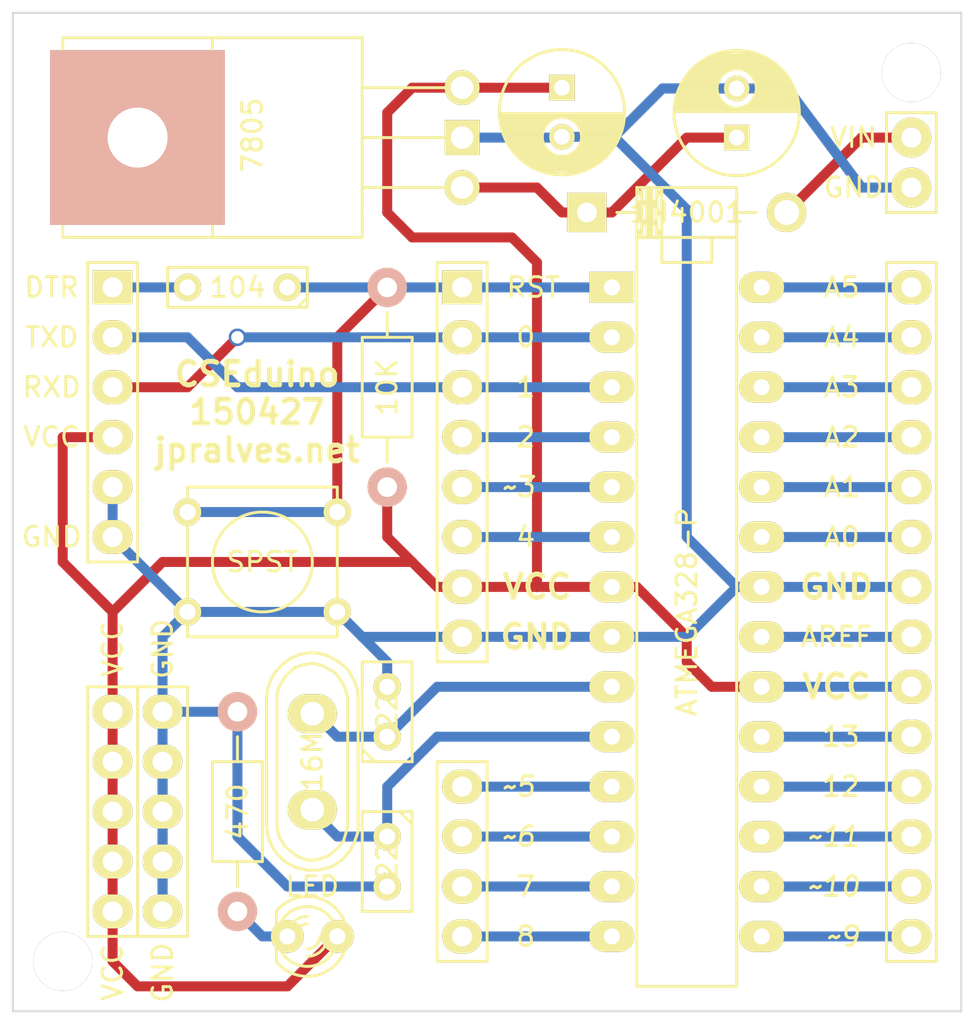
<source format=kicad_pcb>

(kicad_pcb
  (version 20171130)
  (host pcbnew "(5.1.12)-1")
  (general
    (thickness 1.6)
    (drawings 43)
    (tracks 129)
    (zones 0)
    (modules 22)
    (nets 31))
  (page A4)
  (title_block
    (title "CSEduino - PCB edition")
    (date 17-4-2015)
    (rev 1.2)
    (company "Joao Alves"))
  (layers
    (0 F.Cu signal)
    (31 B.Cu signal)
    (36 B.SilkS user hide)
    (37 F.SilkS user hide)
    (38 B.Mask user hide)
    (39 F.Mask user hide)
    (40 Dwgs.User user hide)
    (41 Cmts.User user hide)
    (42 Eco1.User user hide)
    (43 Eco2.User user hide)
    (44 Edge.Cuts user)
    (45 Margin user hide)
    (47 F.CrtYd user hide)
    (49 F.Fab user hide))
  (setup
    (last_trace_width 0.508)
    (trace_clearance 0.508)
    (zone_clearance 0.254)
    (zone_45_only no)
    (trace_min 0.508)
    (via_size 0.889)
    (via_drill 0.635)
    (via_min_size 0.889)
    (via_min_drill 0.508)
    (uvia_size 0.508)
    (uvia_drill 0.256)
    (uvias_allowed no)
    (uvia_min_size 0.508)
    (uvia_min_drill 0.127)
    (edge_width 0.1)
    (segment_width 0.2)
    (pcb_text_width 0.3)
    (pcb_text_size 1.5 1.5)
    (mod_edge_width 0.15)
    (mod_text_size 1 1)
    (mod_text_width 0.15)
    (pad_size 1.6764 1.6764)
    (pad_drill 0.8128)
    (pad_to_mask_clearance 0)
    (aux_axis_origin 33.02 78.74)
    (visible_elements 7FFFF77F)
    (pcbplotparams
      (layerselection 0x010e0_80000001)
      (usegerberextensions false)
      (usegerberattributes true)
      (usegerberadvancedattributes true)
      (creategerberjobfile true)
      (excludeedgelayer true)
      (linewidth 0.1)
      (plotframeref false)
      (viasonmask false)
      (mode 1)
      (useauxorigin false)
      (hpglpennumber 1)
      (hpglpenspeed 20)
      (hpglpendiameter 15.0)
      (psnegative false)
      (psa4output false)
      (plotreference false)
      (plotvalue true)
      (plotinvisibletext false)
      (padsonsilk false)
      (subtractmaskfromsilk false)
      (outputformat 1)
      (mirror false)
      (drillshape 0)
      (scaleselection 1)
      (outputdirectory "output/")))
  (net 0 "")
  (net 1 GND)
  (net 2 "Net-(C1-Pad1)")
  (net 3 +5V)
  (net 4 "Net-(C3-Pad1)")
  (net 5 "Net-(C4-Pad1)")
  (net 6 "Net-(C5-Pad1)")
  (net 7 "Net-(C5-Pad2)")
  (net 8 "Net-(D1-Pad1)")
  (net 9 "Net-(IC1-Pad2)")
  (net 10 "Net-(IC1-Pad3)")
  (net 11 "Net-(IC1-Pad4)")
  (net 12 "Net-(IC1-Pad5)")
  (net 13 "Net-(IC1-Pad6)")
  (net 14 "Net-(IC1-Pad11)")
  (net 15 "Net-(IC1-Pad12)")
  (net 16 "Net-(IC1-Pad13)")
  (net 17 "Net-(IC1-Pad14)")
  (net 18 "Net-(IC1-Pad15)")
  (net 19 "Net-(IC1-Pad16)")
  (net 20 "Net-(IC1-Pad17)")
  (net 21 "Net-(IC1-Pad18)")
  (net 22 "Net-(IC1-Pad19)")
  (net 23 "Net-(IC1-Pad21)")
  (net 24 "Net-(IC1-Pad23)")
  (net 25 "Net-(IC1-Pad24)")
  (net 26 "Net-(IC1-Pad25)")
  (net 27 "Net-(IC1-Pad26)")
  (net 28 "Net-(IC1-Pad27)")
  (net 29 "Net-(IC1-Pad28)")
  (net 30 "Net-(D2-Pad2)")
  (net_class Default "This is the default net class."
    (clearance 0.508)
    (trace_width 0.508)
    (via_dia 0.889)
    (via_drill 0.635)
    (uvia_dia 0.508)
    (uvia_drill 0.256)
    (add_net +5V)
    (add_net GND)
    (add_net "Net-(C1-Pad1)")
    (add_net "Net-(C3-Pad1)")
    (add_net "Net-(C4-Pad1)")
    (add_net "Net-(C5-Pad1)")
    (add_net "Net-(C5-Pad2)")
    (add_net "Net-(D1-Pad1)")
    (add_net "Net-(D2-Pad2)")
    (add_net "Net-(IC1-Pad11)")
    (add_net "Net-(IC1-Pad12)")
    (add_net "Net-(IC1-Pad13)")
    (add_net "Net-(IC1-Pad14)")
    (add_net "Net-(IC1-Pad15)")
    (add_net "Net-(IC1-Pad16)")
    (add_net "Net-(IC1-Pad17)")
    (add_net "Net-(IC1-Pad18)")
    (add_net "Net-(IC1-Pad19)")
    (add_net "Net-(IC1-Pad2)")
    (add_net "Net-(IC1-Pad21)")
    (add_net "Net-(IC1-Pad23)")
    (add_net "Net-(IC1-Pad24)")
    (add_net "Net-(IC1-Pad25)")
    (add_net "Net-(IC1-Pad26)")
    (add_net "Net-(IC1-Pad27)")
    (add_net "Net-(IC1-Pad28)")
    (add_net "Net-(IC1-Pad3)")
    (add_net "Net-(IC1-Pad4)")
    (add_net "Net-(IC1-Pad5)")
    (add_net "Net-(IC1-Pad6)"))
  (module Sockets_DIP:DIP-28__300_ELL
    (layer F.Cu)
    (tedit 552288A1)
    (tstamp inf)
    (at 67.31 54.61 270)
    (descr "28 pins DIL package, elliptical pads, width 300mil")
    (tags DIL)
    (path /551E603B)
    (fp_text reference IC1
      (at -11.43 0 270)
      (layer F.SilkS) hide
      (effects
        (font
          (size 1 1)
          (thickness 0.15))))
    (fp_text value ATMEGA328-P
      (at 0 0 270)
      (layer F.SilkS)
      (effects
        (font
          (size 1 1)
          (thickness 0.15))))
    (fp_line
      (start -17.78 1.27)
      (end -19.05 1.27)
      (layer F.SilkS)
      (width 0.15))
    (fp_line
      (start -17.78 -1.27)
      (end -17.78 1.27)
      (layer F.SilkS)
      (width 0.15))
    (fp_line
      (start -19.05 -1.27)
      (end -17.78 -1.27)
      (layer F.SilkS)
      (width 0.15))
    (fp_line
      (start -19.05 2.54)
      (end -19.05 -2.54)
      (layer F.SilkS)
      (width 0.15))
    (fp_line
      (start 19.05 2.54)
      (end -19.05 2.54)
      (layer F.SilkS)
      (width 0.15))
    (fp_line
      (start 19.05 -2.54)
      (end 19.05 2.54)
      (layer F.SilkS)
      (width 0.15))
    (fp_line
      (start -19.05 -2.54)
      (end 19.05 -2.54)
      (layer F.SilkS)
      (width 0.15))
    (pad 2 thru_hole oval
      (at -13.97 3.81 270)
      (size 1.5748 2.286)
      (drill 0.8128)
      (layers *.Cu *.Mask F.SilkS)
      (net 9 "Net-(IC1-Pad2)"))
    (pad 3 thru_hole oval
      (at -11.43 3.81 270)
      (size 1.5748 2.286)
      (drill 0.8128)
      (layers *.Cu *.Mask F.SilkS)
      (net 10 "Net-(IC1-Pad3)"))
    (pad 4 thru_hole oval
      (at -8.89 3.81 270)
      (size 1.5748 2.286)
      (drill 0.8128)
      (layers *.Cu *.Mask F.SilkS)
      (net 11 "Net-(IC1-Pad4)"))
    (pad 5 thru_hole oval
      (at -6.35 3.81 270)
      (size 1.5748 2.286)
      (drill 0.8128)
      (layers *.Cu *.Mask F.SilkS)
      (net 12 "Net-(IC1-Pad5)"))
    (pad 6 thru_hole oval
      (at -3.81 3.81 270)
      (size 1.5748 2.286)
      (drill 0.8128)
      (layers *.Cu *.Mask F.SilkS)
      (net 13 "Net-(IC1-Pad6)"))
    (pad 7 thru_hole oval
      (at -1.27 3.81 270)
      (size 1.5748 2.286)
      (drill 0.8128)
      (layers *.Cu *.Mask F.SilkS)
      (net 3 +5V))
    (pad 8 thru_hole oval
      (at 1.27 3.81 270)
      (size 1.5748 2.286)
      (drill 0.8128)
      (layers *.Cu *.Mask F.SilkS)
      (net 1 GND))
    (pad 9 thru_hole oval
      (at 3.81 3.81 270)
      (size 1.5748 2.286)
      (drill 0.8128)
      (layers *.Cu *.Mask F.SilkS)
      (net 5 "Net-(C4-Pad1)"))
    (pad 10 thru_hole oval
      (at 6.35 3.81 270)
      (size 1.5748 2.286)
      (drill 0.8128)
      (layers *.Cu *.Mask F.SilkS)
      (net 4 "Net-(C3-Pad1)"))
    (pad 11 thru_hole oval
      (at 8.89 3.81 270)
      (size 1.5748 2.286)
      (drill 0.8128)
      (layers *.Cu *.Mask F.SilkS)
      (net 14 "Net-(IC1-Pad11)"))
    (pad 12 thru_hole oval
      (at 11.43 3.81 270)
      (size 1.5748 2.286)
      (drill 0.8128)
      (layers *.Cu *.Mask F.SilkS)
      (net 15 "Net-(IC1-Pad12)"))
    (pad 13 thru_hole oval
      (at 13.97 3.81 270)
      (size 1.5748 2.286)
      (drill 0.8128)
      (layers *.Cu *.Mask F.SilkS)
      (net 16 "Net-(IC1-Pad13)"))
    (pad 14 thru_hole oval
      (at 16.51 3.81 270)
      (size 1.5748 2.286)
      (drill 0.8128)
      (layers *.Cu *.Mask F.SilkS)
      (net 17 "Net-(IC1-Pad14)"))
    (pad 1 thru_hole rect
      (at -16.51 3.81 270)
      (size 1.5748 2.286)
      (drill 0.8128)
      (layers *.Cu *.Mask F.SilkS)
      (net 6 "Net-(C5-Pad1)"))
    (pad 15 thru_hole oval
      (at 16.51 -3.81 270)
      (size 1.5748 2.286)
      (drill 0.8128)
      (layers *.Cu *.Mask F.SilkS)
      (net 18 "Net-(IC1-Pad15)"))
    (pad 16 thru_hole oval
      (at 13.97 -3.81 270)
      (size 1.5748 2.286)
      (drill 0.8128)
      (layers *.Cu *.Mask F.SilkS)
      (net 19 "Net-(IC1-Pad16)"))
    (pad 17 thru_hole oval
      (at 11.43 -3.81 270)
      (size 1.5748 2.286)
      (drill 0.8128)
      (layers *.Cu *.Mask F.SilkS)
      (net 20 "Net-(IC1-Pad17)"))
    (pad 18 thru_hole oval
      (at 8.89 -3.81 270)
      (size 1.5748 2.286)
      (drill 0.8128)
      (layers *.Cu *.Mask F.SilkS)
      (net 21 "Net-(IC1-Pad18)"))
    (pad 19 thru_hole oval
      (at 6.35 -3.81 270)
      (size 1.5748 2.286)
      (drill 0.8128)
      (layers *.Cu *.Mask F.SilkS)
      (net 22 "Net-(IC1-Pad19)"))
    (pad 20 thru_hole oval
      (at 3.81 -3.81 270)
      (size 1.5748 2.286)
      (drill 0.8128)
      (layers *.Cu *.Mask F.SilkS)
      (net 3 +5V))
    (pad 21 thru_hole oval
      (at 1.27 -3.81 270)
      (size 1.5748 2.286)
      (drill 0.8128)
      (layers *.Cu *.Mask F.SilkS)
      (net 23 "Net-(IC1-Pad21)"))
    (pad 22 thru_hole oval
      (at -1.27 -3.81 270)
      (size 1.5748 2.286)
      (drill 0.8128)
      (layers *.Cu *.Mask F.SilkS)
      (net 1 GND))
    (pad 23 thru_hole oval
      (at -3.81 -3.81 270)
      (size 1.5748 2.286)
      (drill 0.8128)
      (layers *.Cu *.Mask F.SilkS)
      (net 24 "Net-(IC1-Pad23)"))
    (pad 24 thru_hole oval
      (at -6.35 -3.81 270)
      (size 1.5748 2.286)
      (drill 0.8128)
      (layers *.Cu *.Mask F.SilkS)
      (net 25 "Net-(IC1-Pad24)"))
    (pad 25 thru_hole oval
      (at -8.89 -3.81 270)
      (size 1.5748 2.286)
      (drill 0.8128)
      (layers *.Cu *.Mask F.SilkS)
      (net 26 "Net-(IC1-Pad25)"))
    (pad 26 thru_hole oval
      (at -11.43 -3.81 270)
      (size 1.5748 2.286)
      (drill 0.8128)
      (layers *.Cu *.Mask F.SilkS)
      (net 27 "Net-(IC1-Pad26)"))
    (pad 27 thru_hole oval
      (at -13.97 -3.81 270)
      (size 1.5748 2.286)
      (drill 0.8128)
      (layers *.Cu *.Mask F.SilkS)
      (net 28 "Net-(IC1-Pad27)"))
    (pad 28 thru_hole oval
      (at -16.51 -3.81 270)
      (size 1.5748 2.286)
      (drill 0.8128)
      (layers *.Cu *.Mask F.SilkS)
      (net 29 "Net-(IC1-Pad28)"))
    (model 3d/pth_circuits/dil_28-300_socket.wrl
      (at
        (xyz 0 0 0))
      (scale
        (xyz 1 1 1))
      (rotate
        (xyz 0 0 0))))
  (module Discret:C1
    (layer F.Cu)
    (tedit 553E58A8)
    (tstamp 551E721E)
    (at 52.07 59.69 90)
    (descr "Condensateur e = 1 pas")
    (tags C)
    (path /551E62D1)
    (fp_text reference C4
      (at 0.254 -2.286 90)
      (layer F.SilkS) hide
      (effects
        (font
          (size 1 1)
          (thickness 0.15))))
    (fp_text value 22
      (at 0 0 90)
      (layer F.SilkS)
      (effects
        (font
          (size 1 1)
          (thickness 0.15))))
    (fp_line
      (start -2.54 -0.635)
      (end -1.905 -1.27)
      (layer F.SilkS)
      (width 0.15))
    (fp_line
      (start -2.54 1.27)
      (end -2.54 -1.27)
      (layer F.SilkS)
      (width 0.15))
    (fp_line
      (start 2.54 1.27)
      (end -2.54 1.27)
      (layer F.SilkS)
      (width 0.15))
    (fp_line
      (start 2.54 -1.27)
      (end 2.54 1.27)
      (layer F.SilkS)
      (width 0.15))
    (fp_line
      (start -2.4892 -1.27)
      (end 2.54 -1.27)
      (layer F.SilkS)
      (width 0.15))
    (pad 1 thru_hole circle
      (at -1.27 0 90)
      (size 1.397 1.397)
      (drill 0.8128)
      (layers *.Cu *.Mask F.SilkS)
      (net 5 "Net-(C4-Pad1)"))
    (pad 2 thru_hole circle
      (at 1.27 0 90)
      (size 1.397 1.397)
      (drill 0.8128)
      (layers *.Cu *.Mask F.SilkS)
      (net 1 GND))
    (model 3d/capacitors/cnp_3mm_disc.wrl
      (at
        (xyz 0 0 0))
      (scale
        (xyz 1 1 1))
      (rotate
        (xyz 0 0 0))))
  (module Discret:C1
    (layer F.Cu)
    (tedit 553E58BB)
    (tstamp inf)
    (at 52.07 67.31 270)
    (descr "Condensateur e = 1 pas")
    (tags C)
    (path /551E6211)
    (fp_text reference C3
      (at 0.254 -2.286 270)
      (layer F.SilkS) hide
      (effects
        (font
          (size 1 1)
          (thickness 0.15))))
    (fp_text value 22
      (at 0 0 270)
      (layer F.SilkS)
      (effects
        (font
          (size 1 1)
          (thickness 0.15))))
    (fp_line
      (start -2.54 -0.635)
      (end -1.905 -1.27)
      (layer F.SilkS)
      (width 0.15))
    (fp_line
      (start -2.54 1.27)
      (end -2.54 -1.27)
      (layer F.SilkS)
      (width 0.15))
    (fp_line
      (start 2.54 1.27)
      (end -2.54 1.27)
      (layer F.SilkS)
      (width 0.15))
    (fp_line
      (start 2.54 -1.27)
      (end 2.54 1.27)
      (layer F.SilkS)
      (width 0.15))
    (fp_line
      (start -2.4892 -1.27)
      (end 2.54 -1.27)
      (layer F.SilkS)
      (width 0.15))
    (pad 1 thru_hole circle
      (at -1.27 0 270)
      (size 1.397 1.397)
      (drill 0.8128)
      (layers *.Cu *.Mask F.SilkS)
      (net 4 "Net-(C3-Pad1)"))
    (pad 2 thru_hole circle
      (at 1.27 0 270)
      (size 1.397 1.397)
      (drill 0.8128)
      (layers *.Cu *.Mask F.SilkS)
      (net 1 GND))
    (model 3d/capacitors/cnp_3mm_disc.wrl
      (at
        (xyz 0 0 0))
      (scale
        (xyz 1 1 1))
      (rotate
        (xyz 0 0 0))))
  (module Discret:C2
    (layer F.Cu)
    (tedit 553E58DA)
    (tstamp inf)
    (at 44.45 38.1 180)
    (descr "Condensateur = 2 pas")
    (tags C)
    (path /551EA5E1)
    (fp_text reference C5
      (at 0 0 180)
      (layer F.SilkS) hide
      (effects
        (font
          (size 1 1)
          (thickness 0.15))))
    (fp_text value 104
      (at 0 0 180)
      (layer F.SilkS)
      (effects
        (font
          (size 1 1)
          (thickness 0.15))))
    (fp_line
      (start -3.556 -0.508)
      (end -3.048 -1.016)
      (layer F.SilkS)
      (width 0.15))
    (fp_line
      (start -3.556 1.016)
      (end -3.556 -1.016)
      (layer F.SilkS)
      (width 0.15))
    (fp_line
      (start 3.556 1.016)
      (end -3.556 1.016)
      (layer F.SilkS)
      (width 0.15))
    (fp_line
      (start 3.556 -1.016)
      (end 3.556 1.016)
      (layer F.SilkS)
      (width 0.15))
    (fp_line
      (start -3.556 -1.016)
      (end 3.556 -1.016)
      (layer F.SilkS)
      (width 0.15))
    (pad 1 thru_hole circle
      (at -2.54 0 180)
      (size 1.397 1.397)
      (drill 0.8128)
      (layers *.Cu *.Mask F.SilkS)
      (net 6 "Net-(C5-Pad1)"))
    (pad 2 thru_hole circle
      (at 2.54 0 180)
      (size 1.397 1.397)
      (drill 0.8128)
      (layers *.Cu *.Mask F.SilkS)
      (net 7 "Net-(C5-Pad2)"))
    (model 3d/capacitors/cnp_6mm_disc.wrl
      (at
        (xyz 0 0 0))
      (scale
        (xyz 1 1 1))
      (rotate
        (xyz 0 0 0))))
  (module Diodes_ThroughHole:Diode_DO-41_SOD81_Horizontal_RM10
    (layer F.Cu)
    (tedit 5522744A)
    (tstamp 551EC555)
    (at 67.31 34.29 180)
    (descr "Diode, DO-41, SOD81, Horizontal, RM 10mm,")
    (tags "Diode, DO-41, SOD81, Horizontal, RM 10mm, 1N4007, SB140,")
    (path /551E7627)
    (fp_text reference D1
      (at 0 2.54 180)
      (layer F.SilkS) hide
      (effects
        (font
          (size 1 1)
          (thickness 0.15))))
    (fp_text value 1N4001
      (at 0 0 180)
      (layer F.SilkS)
      (effects
        (font
          (size 1 1)
          (thickness 0.15))))
    (fp_line
      (start -2.54 1.27)
      (end 2.54 1.27)
      (layer F.SilkS)
      (width 0.15))
    (fp_line
      (start -2.54 -1.27)
      (end -2.54 1.27)
      (layer F.SilkS)
      (width 0.15))
    (fp_line
      (start 2.54 -1.27)
      (end -2.54 -1.27)
      (layer F.SilkS)
      (width 0.15))
    (fp_line
      (start 2.54 1.27)
      (end 2.54 -1.27)
      (layer F.SilkS)
      (width 0.15))
    (fp_line
      (start 1.905 -1.27)
      (end 1.905 1.27)
      (layer F.SilkS)
      (width 0.15))
    (fp_line
      (start 1.27 -1.27)
      (end 1.27 1.27)
      (layer F.SilkS)
      (width 0.15))
    (fp_line
      (start 2.54 -1.27)
      (end 1.27 1.27)
      (layer F.SilkS)
      (width 0.15))
    (fp_line
      (start 1.27 -1.27)
      (end 2.54 1.27)
      (layer F.SilkS)
      (width 0.15))
    (fp_line
      (start 2.286 -1.27)
      (end 2.286 1.27)
      (layer F.SilkS)
      (width 0.15))
    (fp_line
      (start 1.524 -1.27)
      (end 1.524 1.27)
      (layer F.SilkS)
      (width 0.15))
    (fp_line
      (start 1.778 -1.27)
      (end 1.778 1.27)
      (layer F.SilkS)
      (width 0.15))
    (fp_line
      (start 2.032 -1.27)
      (end 2.032 1.27)
      (layer F.SilkS)
      (width 0.15))
    (fp_line
      (start 2.286 0)
      (end 3.556 0)
      (layer F.SilkS)
      (width 0.15))
    (fp_line
      (start -2.54 0)
      (end -3.556 0)
      (layer F.SilkS)
      (width 0.15))
    (pad 1 thru_hole circle
      (at -5.08 0 180)
      (size 1.99898 1.99898)
      (drill 1.27)
      (layers *.Cu *.Mask F.SilkS)
      (net 8 "Net-(D1-Pad1)"))
    (pad 2 thru_hole rect
      (at 5.08 0 180)
      (size 1.99898 1.99898)
      (drill 1.00076)
      (layers *.Cu *.Mask F.SilkS)
      (net 2 "Net-(C1-Pad1)"))
    (model 3d/pth_diodes/diode_do41.wrl
      (at
        (xyz 0 0 0))
      (scale
        (xyz 1 1 1))
      (rotate
        (xyz 0 0 0))))
  (module Discret:SW_PUSH_SMALL
    (layer F.Cu)
    (tedit 55228800.0)
    (tstamp 551E730A)
    (at 45.72 52.07)
    (path /551EA9DC)
    (fp_text reference SW1
      (at 0 -0.762)
      (layer F.SilkS) hide
      (effects
        (font
          (size 1 1)
          (thickness 0.15))))
    (fp_text value SPST
      (at 0 0)
      (layer F.SilkS)
      (effects
        (font
          (size 1 1)
          (thickness 0.15))))
    (fp_line
      (start -3.81 -3.81)
      (end -3.81 3.81)
      (layer F.SilkS)
      (width 0.15))
    (fp_line
      (start 3.81 3.81)
      (end -3.81 3.81)
      (layer F.SilkS)
      (width 0.15))
    (fp_line
      (start 3.81 -3.81)
      (end 3.81 3.81)
      (layer F.SilkS)
      (width 0.15))
    (fp_line
      (start -3.81 -3.81)
      (end 3.81 -3.81)
      (layer F.SilkS)
      (width 0.15))
    (fp_circle
      (center 0 0)
      (end 0 -2.54)
      (layer F.SilkS)
      (width 0.15))
    (pad 1 thru_hole circle
      (at 3.81 -2.54)
      (size 1.397 1.397)
      (drill 0.8128)
      (layers *.Cu *.Mask F.SilkS)
      (net 6 "Net-(C5-Pad1)"))
    (pad 2 thru_hole circle
      (at 3.81 2.54)
      (size 1.397 1.397)
      (drill 0.8128)
      (layers *.Cu *.Mask F.SilkS)
      (net 1 GND))
    (pad 1 thru_hole circle
      (at -3.81 -2.54)
      (size 1.397 1.397)
      (drill 0.8128)
      (layers *.Cu *.Mask F.SilkS)
      (net 6 "Net-(C5-Pad1)"))
    (pad 2 thru_hole circle
      (at -3.81 2.54)
      (size 1.397 1.397)
      (drill 0.8128)
      (layers *.Cu *.Mask F.SilkS)
      (net 1 GND))
    (model 3d/switch/pcb_push.wrl
      (at
        (xyz 0 0 0))
      (scale
        (xyz 1 1 1))
      (rotate
        (xyz 0 0 90))))
  (module Crystal_HC50-U_Vertical
    (layer F.Cu)
    (tedit 553F84D0)
    (tstamp inf)
    (at 48.26 62.23 90)
    (descr "Crystal, Quarz, HC50/U, vertical, stehend,")
    (tags "Crystal, Quarz, HC50/U, vertical, stehend,")
    (path /551E619A)
    (fp_text reference X1
      (at 0 -3.81 90)
      (layer F.SilkS) hide
      (effects
        (font
          (size 1 1)
          (thickness 0.15))))
    (fp_text value 16M
      (at 0 0 90)
      (layer F.SilkS)
      (effects
        (font
          (size 1 1)
          (thickness 0.15))))
    (fp_line
      (start -3.2004 -2.32918)
      (end 3.2512 -2.32918)
      (layer F.SilkS)
      (width 0.15))
    (fp_line
      (start 3.6703 2.29108)
      (end 4.16052 2.1209)
      (layer F.SilkS)
      (width 0.15))
    (fp_line
      (start 3.2512 2.32918)
      (end 3.6703 2.29108)
      (layer F.SilkS)
      (width 0.15))
    (fp_line
      (start -3.2004 2.32918)
      (end 3.2512 2.32918)
      (layer F.SilkS)
      (width 0.15))
    (fp_line
      (start 3.73126 -2.2606)
      (end 3.2893 -2.32918)
      (layer F.SilkS)
      (width 0.15))
    (fp_line
      (start 4.16052 -2.1209)
      (end 3.73126 -2.2606)
      (layer F.SilkS)
      (width 0.15))
    (fp_line
      (start 4.54914 -1.88976)
      (end 4.16052 -2.1209)
      (layer F.SilkS)
      (width 0.15))
    (fp_line
      (start 4.89966 -1.56972)
      (end 4.54914 -1.88976)
      (layer F.SilkS)
      (width 0.15))
    (fp_line
      (start 5.26034 -1.09982)
      (end 4.89966 -1.56972)
      (layer F.SilkS)
      (width 0.15))
    (fp_line
      (start 5.45084 -0.65024)
      (end 5.26034 -1.09982)
      (layer F.SilkS)
      (width 0.15))
    (fp_line
      (start 5.53974 -0.1905)
      (end 5.45084 -0.65024)
      (layer F.SilkS)
      (width 0.15))
    (fp_line
      (start 5.51942 0.26924)
      (end 5.53974 -0.1905)
      (layer F.SilkS)
      (width 0.15))
    (fp_line
      (start 5.4102 0.73914)
      (end 5.51942 0.26924)
      (layer F.SilkS)
      (width 0.15))
    (fp_line
      (start 5.11048 1.29032)
      (end 5.4102 0.73914)
      (layer F.SilkS)
      (width 0.15))
    (fp_line
      (start 4.85902 1.62052)
      (end 5.11048 1.29032)
      (layer F.SilkS)
      (width 0.15))
    (fp_line
      (start 4.53898 1.89992)
      (end 4.85902 1.62052)
      (layer F.SilkS)
      (width 0.15))
    (fp_line
      (start 4.16052 2.1209)
      (end 4.53898 1.89992)
      (layer F.SilkS)
      (width 0.15))
    (fp_line
      (start -3.6195 2.30886)
      (end -3.18008 2.33934)
      (layer F.SilkS)
      (width 0.15))
    (fp_line
      (start -4.06908 2.14884)
      (end -3.6195 2.30886)
      (layer F.SilkS)
      (width 0.15))
    (fp_line
      (start -4.49072 1.94056)
      (end -4.06908 2.14884)
      (layer F.SilkS)
      (width 0.15))
    (fp_line
      (start -4.95046 1.56972)
      (end -4.49072 1.94056)
      (layer F.SilkS)
      (width 0.15))
    (fp_line
      (start -5.34924 0.98044)
      (end -4.95046 1.56972)
      (layer F.SilkS)
      (width 0.15))
    (fp_line
      (start -5.51942 0.2794)
      (end -5.34924 0.98044)
      (layer F.SilkS)
      (width 0.15))
    (fp_line
      (start -5.51942 -0.23114)
      (end -5.51942 0.2794)
      (layer F.SilkS)
      (width 0.15))
    (fp_line
      (start -5.38988 -0.83058)
      (end -5.51942 -0.23114)
      (layer F.SilkS)
      (width 0.15))
    (fp_line
      (start -5.10032 -1.36906)
      (end -5.38988 -0.83058)
      (layer F.SilkS)
      (width 0.15))
    (fp_line
      (start -4.77012 -1.71958)
      (end -5.10032 -1.36906)
      (layer F.SilkS)
      (width 0.15))
    (fp_line
      (start -4.48056 -1.95072)
      (end -4.77012 -1.71958)
      (layer F.SilkS)
      (width 0.15))
    (fp_line
      (start -4.04876 -2.16916)
      (end -4.48056 -1.95072)
      (layer F.SilkS)
      (width 0.15))
    (fp_line
      (start -3.64998 -2.28092)
      (end -4.04876 -2.16916)
      (layer F.SilkS)
      (width 0.15))
    (fp_line
      (start -3.19024 -2.32918)
      (end -3.64998 -2.28092)
      (layer F.SilkS)
      (width 0.15))
    (fp_line
      (start 4.30022 -1.39954)
      (end 4.8006 -0.89916)
      (layer F.SilkS)
      (width 0.15))
    (fp_line
      (start 3.79984 -1.69926)
      (end 4.30022 -1.39954)
      (layer F.SilkS)
      (width 0.15))
    (fp_line
      (start 3.40106 -1.80086)
      (end 3.79984 -1.69926)
      (layer F.SilkS)
      (width 0.15))
    (fp_line
      (start -3.2004 -1.80086)
      (end 3.40106 -1.80086)
      (layer F.SilkS)
      (width 0.15))
    (fp_line
      (start -3.79984 -1.69926)
      (end -3.29946 -1.80086)
      (layer F.SilkS)
      (width 0.15))
    (fp_line
      (start -4.30022 -1.39954)
      (end -3.79984 -1.69926)
      (layer F.SilkS)
      (width 0.15))
    (fp_line
      (start -4.8006 -0.8001)
      (end -4.30022 -1.39954)
      (layer F.SilkS)
      (width 0.15))
    (fp_line
      (start -5.00126 -0.29972)
      (end -4.8006 -0.8001)
      (layer F.SilkS)
      (width 0.15))
    (fp_line
      (start -5.00126 0.20066)
      (end -5.00126 -0.29972)
      (layer F.SilkS)
      (width 0.15))
    (fp_line
      (start -4.8006 0.8001)
      (end -5.00126 0.20066)
      (layer F.SilkS)
      (width 0.15))
    (fp_line
      (start -4.39928 1.30048)
      (end -4.8006 0.8001)
      (layer F.SilkS)
      (width 0.15))
    (fp_line
      (start -4.0005 1.6002)
      (end -4.39928 1.30048)
      (layer F.SilkS)
      (width 0.15))
    (fp_line
      (start -3.29946 1.80086)
      (end -4.0005 1.6002)
      (layer F.SilkS)
      (width 0.15))
    (fp_line
      (start 3.29946 1.80086)
      (end -3.29946 1.80086)
      (layer F.SilkS)
      (width 0.15))
    (fp_line
      (start 3.8989 1.6002)
      (end 3.29946 1.80086)
      (layer F.SilkS)
      (width 0.15))
    (fp_line
      (start 4.50088 1.19888)
      (end 3.8989 1.6002)
      (layer F.SilkS)
      (width 0.15))
    (fp_line
      (start 4.89966 0.50038)
      (end 4.50088 1.19888)
      (layer F.SilkS)
      (width 0.15))
    (fp_line
      (start 5.00126 0)
      (end 4.89966 0.50038)
      (layer F.SilkS)
      (width 0.15))
    (fp_line
      (start 4.89966 -0.59944)
      (end 5.00126 0)
      (layer F.SilkS)
      (width 0.15))
    (fp_line
      (start 4.699 -1.00076)
      (end 4.89966 -0.59944)
      (layer F.SilkS)
      (width 0.15))
    (pad 1 thru_hole oval
      (at -2.44094 0 90)
      (size 1.99898 2.49936)
      (drill 1.19888)
      (layers *.Cu *.Mask F.SilkS)
      (net 4 "Net-(C3-Pad1)"))
    (pad 2 thru_hole oval
      (at 2.44094 0 90)
      (size 1.99898 2.49936)
      (drill 1.19888)
      (layers *.Cu *.Mask F.SilkS)
      (net 5 "Net-(C4-Pad1)"))
    (model 3d/pth_crystals/crystal_hc-49s.wrl
      (at
        (xyz 0 0 0))
      (scale
        (xyz 1 1 1))
      (rotate
        (xyz 0 0 0))))
  (module Pin_Headers:Pin_Header_Straight_1x05
    (layer F.Cu)
    (tedit 552288DC)
    (tstamp 551F12B4)
    (at 40.64 59.69)
    (descr "Through hole pin header")
    (tags "pin header")
    (fp_text reference REF**_4
      (at 0 -5.1)
      (layer F.SilkS) hide
      (effects
        (font
          (size 1 1)
          (thickness 0.15))))
    (fp_text value GND
      (at 0 -3.2 90)
      (layer F.SilkS)
      (effects
        (font
          (size 1 1)
          (thickness 0.15))))
    (fp_line
      (start 1.27 -1.27)
      (end -1.27 -1.27)
      (layer F.SilkS)
      (width 0.15))
    (fp_line
      (start -1.27 11.43)
      (end -1.27 -1.27)
      (layer F.SilkS)
      (width 0.15))
    (fp_line
      (start 1.27 11.43)
      (end -1.27 11.43)
      (layer F.SilkS)
      (width 0.15))
    (fp_line
      (start 1.27 -1.27)
      (end 1.27 11.43)
      (layer F.SilkS)
      (width 0.15))
    (fp_line
      (start -1.75 11.95)
      (end 1.75 11.95)
      (layer F.CrtYd)
      (width 0.05))
    (fp_line
      (start -1.75 -1.75)
      (end 1.75 -1.75)
      (layer F.CrtYd)
      (width 0.05))
    (fp_line
      (start 1.75 -1.75)
      (end 1.75 11.95)
      (layer F.CrtYd)
      (width 0.05))
    (fp_line
      (start -1.75 -1.75)
      (end -1.75 11.95)
      (layer F.CrtYd)
      (width 0.05))
    (pad 1 thru_hole oval
      (at 0 0)
      (size 2.032 1.7272)
      (drill 1.016)
      (layers *.Cu *.Mask F.SilkS))
    (pad 2 thru_hole oval
      (at 0 2.54)
      (size 2.032 1.7272)
      (drill 1.016)
      (layers *.Cu *.Mask F.SilkS))
    (pad 3 thru_hole oval
      (at 0 5.08)
      (size 2.032 1.7272)
      (drill 1.016)
      (layers *.Cu *.Mask F.SilkS))
    (pad 4 thru_hole oval
      (at 0 7.62)
      (size 2.032 1.7272)
      (drill 1.016)
      (layers *.Cu *.Mask F.SilkS))
    (pad 5 thru_hole oval
      (at 0 10.16)
      (size 2.032 1.7272)
      (drill 1.016)
      (layers *.Cu *.Mask F.SilkS))
    (model Pin_Headers.3dshapes/Pin_Header_Straight_1x05.wrl
      (offset
        (xyz 0 -5.079999999403952 0))
      (scale
        (xyz 1 1 1))
      (rotate
        (xyz 0 0 90))))
  (module Pin_Headers:Pin_Header_Straight_1x05
    (layer F.Cu)
    (tedit 55228750)
    (tstamp 551F0D4B)
    (at 38.1 59.69)
    (descr "Through hole pin header")
    (tags "pin header")
    (fp_text reference REF**_3
      (at 0 -5.1)
      (layer F.SilkS) hide
      (effects
        (font
          (size 1 1)
          (thickness 0.15))))
    (fp_text value VCC
      (at 0 -3.2 90)
      (layer F.SilkS)
      (effects
        (font
          (size 1 1)
          (thickness 0.15))))
    (fp_line
      (start 1.27 -1.27)
      (end -1.27 -1.27)
      (layer F.SilkS)
      (width 0.15))
    (fp_line
      (start -1.27 11.43)
      (end -1.27 -1.27)
      (layer F.SilkS)
      (width 0.15))
    (fp_line
      (start 1.27 11.43)
      (end -1.27 11.43)
      (layer F.SilkS)
      (width 0.15))
    (fp_line
      (start 1.27 -1.27)
      (end 1.27 11.43)
      (layer F.SilkS)
      (width 0.15))
    (fp_line
      (start -1.75 11.95)
      (end 1.75 11.95)
      (layer F.CrtYd)
      (width 0.05))
    (fp_line
      (start -1.75 -1.75)
      (end 1.75 -1.75)
      (layer F.CrtYd)
      (width 0.05))
    (fp_line
      (start 1.75 -1.75)
      (end 1.75 11.95)
      (layer F.CrtYd)
      (width 0.05))
    (fp_line
      (start -1.75 -1.75)
      (end -1.75 11.95)
      (layer F.CrtYd)
      (width 0.05))
    (pad 1 thru_hole oval
      (at 0 0)
      (size 2.032 1.7272)
      (drill 1.016)
      (layers *.Cu *.Mask F.SilkS))
    (pad 2 thru_hole oval
      (at 0 2.54)
      (size 2.032 1.7272)
      (drill 1.016)
      (layers *.Cu *.Mask F.SilkS))
    (pad 3 thru_hole oval
      (at 0 5.08)
      (size 2.032 1.7272)
      (drill 1.016)
      (layers *.Cu *.Mask F.SilkS))
    (pad 4 thru_hole oval
      (at 0 7.62)
      (size 2.032 1.7272)
      (drill 1.016)
      (layers *.Cu *.Mask F.SilkS))
    (pad 5 thru_hole oval
      (at 0 10.16)
      (size 2.032 1.7272)
      (drill 1.016)
      (layers *.Cu *.Mask F.SilkS))
    (model Pin_Headers.3dshapes/Pin_Header_Straight_1x05.wrl
      (offset
        (xyz 0 -5.079999999403952 0))
      (scale
        (xyz 1 1 1))
      (rotate
        (xyz 0 0 90))))
  (module Pin_Headers:Pin_Header_Straight_1x06
    (layer F.Cu)
    (tedit 55228900)
    (tstamp 551E72E5)
    (at 38.1 38.1)
    (descr "Through hole pin header")
    (tags "pin header")
    (path /551EA0DA)
    (fp_text reference P5
      (at 0 -5.1)
      (layer F.SilkS) hide
      (effects
        (font
          (size 1 1)
          (thickness 0.15))))
    (fp_text value CONN_01X06
      (at 0 -3.1)
      (layer F.SilkS) hide
      (effects
        (font
          (size 1 1)
          (thickness 0.15))))
    (fp_line
      (start 1.27 -1.27)
      (end -1.27 -1.27)
      (layer F.SilkS)
      (width 0.15))
    (fp_line
      (start -1.27 13.97)
      (end -1.27 -1.27)
      (layer F.SilkS)
      (width 0.15))
    (fp_line
      (start 1.27 13.97)
      (end -1.27 13.97)
      (layer F.SilkS)
      (width 0.15))
    (fp_line
      (start 1.27 -1.27)
      (end 1.27 13.97)
      (layer F.SilkS)
      (width 0.15))
    (fp_line
      (start -1.75 14.45)
      (end 1.75 14.45)
      (layer F.CrtYd)
      (width 0.05))
    (fp_line
      (start -1.75 -1.75)
      (end 1.75 -1.75)
      (layer F.CrtYd)
      (width 0.05))
    (fp_line
      (start 1.75 -1.75)
      (end 1.75 14.45)
      (layer F.CrtYd)
      (width 0.05))
    (fp_line
      (start -1.75 -1.75)
      (end -1.75 14.45)
      (layer F.CrtYd)
      (width 0.05))
    (pad 1 thru_hole rect
      (at 0 0)
      (size 2.032 1.7272)
      (drill 1.016)
      (layers *.Cu *.Mask F.SilkS)
      (net 7 "Net-(C5-Pad2)"))
    (pad 2 thru_hole oval
      (at 0 2.54)
      (size 2.032 1.7272)
      (drill 1.016)
      (layers *.Cu *.Mask F.SilkS)
      (net 10 "Net-(IC1-Pad3)"))
    (pad 3 thru_hole oval
      (at 0 5.08)
      (size 2.032 1.7272)
      (drill 1.016)
      (layers *.Cu *.Mask F.SilkS)
      (net 9 "Net-(IC1-Pad2)"))
    (pad 4 thru_hole oval
      (at 0 7.62)
      (size 2.032 1.7272)
      (drill 1.016)
      (layers *.Cu *.Mask F.SilkS)
      (net 3 +5V))
    (pad 5 thru_hole oval
      (at 0 10.16)
      (size 2.032 1.7272)
      (drill 1.016)
      (layers *.Cu *.Mask F.SilkS)
      (net 1 GND))
    (pad 6 thru_hole oval
      (at 0 12.7)
      (size 2.032 1.7272)
      (drill 1.016)
      (layers *.Cu *.Mask F.SilkS)
      (net 1 GND))
    (model Pin_Headers.3dshapes/Pin_Header_Straight_1x06.wrl
      (offset
        (xyz 0 -6.349999904632568 0))
      (scale
        (xyz 1 1 1))
      (rotate
        (xyz 0 0 90))))
  (module Pin_Headers:Pin_Header_Straight_1x08
    (layer F.Cu)
    (tedit 55228967)
    (tstamp 551E72D0)
    (at 55.88 38.1)
    (descr "Through hole pin header")
    (tags "pin header")
    (path /551E8E01)
    (fp_text reference P4
      (at 0 -5.1)
      (layer F.SilkS) hide
      (effects
        (font
          (size 1 1)
          (thickness 0.15))))
    (fp_text value CONN_01X08
      (at 0 -3.1)
      (layer F.SilkS) hide
      (effects
        (font
          (size 1 1)
          (thickness 0.15))))
    (fp_line
      (start 1.27 -1.27)
      (end -1.27 -1.27)
      (layer F.SilkS)
      (width 0.15))
    (fp_line
      (start -1.27 19.05)
      (end -1.27 -1.27)
      (layer F.SilkS)
      (width 0.15))
    (fp_line
      (start 1.27 19.05)
      (end -1.27 19.05)
      (layer F.SilkS)
      (width 0.15))
    (fp_line
      (start 1.27 -1.27)
      (end 1.27 19.05)
      (layer F.SilkS)
      (width 0.15))
    (fp_line
      (start -1.75 19.55)
      (end 1.75 19.55)
      (layer F.CrtYd)
      (width 0.05))
    (fp_line
      (start -1.75 -1.75)
      (end 1.75 -1.75)
      (layer F.CrtYd)
      (width 0.05))
    (fp_line
      (start 1.75 -1.75)
      (end 1.75 19.55)
      (layer F.CrtYd)
      (width 0.05))
    (fp_line
      (start -1.75 -1.75)
      (end -1.75 19.55)
      (layer F.CrtYd)
      (width 0.05))
    (pad 1 thru_hole rect
      (at 0 0)
      (size 2.032 1.7272)
      (drill 1.016)
      (layers *.Cu *.Mask F.SilkS)
      (net 6 "Net-(C5-Pad1)"))
    (pad 2 thru_hole oval
      (at 0 2.54)
      (size 2.032 1.7272)
      (drill 1.016)
      (layers *.Cu *.Mask F.SilkS)
      (net 9 "Net-(IC1-Pad2)"))
    (pad 3 thru_hole oval
      (at 0 5.08)
      (size 2.032 1.7272)
      (drill 1.016)
      (layers *.Cu *.Mask F.SilkS)
      (net 10 "Net-(IC1-Pad3)"))
    (pad 4 thru_hole oval
      (at 0 7.62)
      (size 2.032 1.7272)
      (drill 1.016)
      (layers *.Cu *.Mask F.SilkS)
      (net 11 "Net-(IC1-Pad4)"))
    (pad 5 thru_hole oval
      (at 0 10.16)
      (size 2.032 1.7272)
      (drill 1.016)
      (layers *.Cu *.Mask F.SilkS)
      (net 12 "Net-(IC1-Pad5)"))
    (pad 6 thru_hole oval
      (at 0 12.7)
      (size 2.032 1.7272)
      (drill 1.016)
      (layers *.Cu *.Mask F.SilkS)
      (net 13 "Net-(IC1-Pad6)"))
    (pad 7 thru_hole oval
      (at 0 15.24)
      (size 2.032 1.7272)
      (drill 1.016)
      (layers *.Cu *.Mask F.SilkS)
      (net 3 +5V))
    (pad 8 thru_hole oval
      (at 0 17.78)
      (size 2.032 1.7272)
      (drill 1.016)
      (layers *.Cu *.Mask F.SilkS)
      (net 1 GND))
    (model Pin_Headers.3dshapes/Pin_Header_Straight_1x08.wrl
      (offset
        (xyz 0 -8.8899997150898 0))
      (scale
        (xyz 1 1 1))
      (rotate
        (xyz 0 0 90))))
  (module Pin_Headers:Pin_Header_Straight_1x02
    (layer F.Cu)
    (tedit 552288B5)
    (tstamp inf)
    (at 78.74 30.48)
    (descr "Through hole pin header")
    (tags "pin header")
    (path /551E740B)
    (fp_text reference P1
      (at 0 -5.1)
      (layer F.SilkS) hide
      (effects
        (font
          (size 1 1)
          (thickness 0.15))))
    (fp_text value CONN_01X02
      (at 0 -3.1)
      (layer F.SilkS) hide
      (effects
        (font
          (size 1 1)
          (thickness 0.15))))
    (fp_line
      (start -1.27 3.81)
      (end 1.27 3.81)
      (layer F.SilkS)
      (width 0.15))
    (fp_line
      (start -1.27 -1.27)
      (end -1.27 3.81)
      (layer F.SilkS)
      (width 0.15))
    (fp_line
      (start 1.27 -1.27)
      (end -1.27 -1.27)
      (layer F.SilkS)
      (width 0.15))
    (fp_line
      (start -1.75 4.3)
      (end 1.75 4.3)
      (layer F.CrtYd)
      (width 0.05))
    (fp_line
      (start -1.75 -1.75)
      (end 1.75 -1.75)
      (layer F.CrtYd)
      (width 0.05))
    (fp_line
      (start 1.75 -1.75)
      (end 1.75 4.3)
      (layer F.CrtYd)
      (width 0.05))
    (fp_line
      (start -1.75 -1.75)
      (end -1.75 4.3)
      (layer F.CrtYd)
      (width 0.05))
    (fp_line
      (start 1.27 -1.27)
      (end 1.27 3.81)
      (layer F.SilkS)
      (width 0.15))
    (pad 1 thru_hole oval
      (at 0 0)
      (size 2.032 2.032)
      (drill 1.016)
      (layers *.Cu *.Mask F.SilkS)
      (net 8 "Net-(D1-Pad1)"))
    (pad 2 thru_hole oval
      (at 0 2.54)
      (size 2.032 2.032)
      (drill 1.016)
      (layers *.Cu *.Mask F.SilkS)
      (net 1 GND))
    (model Pin_Headers.3dshapes/Pin_Header_Straight_1x02.wrl
      (offset
        (xyz 0 -1.269999999850988 0))
      (scale
        (xyz 1 1 1))
      (rotate
        (xyz 0 0 90))))
  (module Pin_Headers:Pin_Header_Straight_1x04
    (layer F.Cu)
    (tedit 55228949)
    (tstamp 551E72B9)
    (at 55.88 63.5)
    (descr "Through hole pin header")
    (tags "pin header")
    (path /551E792D)
    (zone_connect 2)
    (fp_text reference P3
      (at 0 -5.1)
      (layer F.SilkS) hide
      (effects
        (font
          (size 1 1)
          (thickness 0.15))))
    (fp_text value CONN_01X04
      (at 0 -3.1)
      (layer F.SilkS) hide
      (effects
        (font
          (size 1 1)
          (thickness 0.15))))
    (fp_line
      (start -1.27 -1.27)
      (end 1.27 -1.27)
      (layer F.SilkS)
      (width 0.15))
    (fp_line
      (start -1.27 8.89)
      (end 1.27 8.89)
      (layer F.SilkS)
      (width 0.15))
    (fp_line
      (start 1.27 -1.27)
      (end 1.27 8.89)
      (layer F.SilkS)
      (width 0.15))
    (fp_line
      (start -1.27 -1.27)
      (end -1.27 8.89)
      (layer F.SilkS)
      (width 0.15))
    (fp_line
      (start -1.75 9.4)
      (end 1.75 9.4)
      (layer F.CrtYd)
      (width 0.05))
    (fp_line
      (start -1.75 -1.75)
      (end 1.75 -1.75)
      (layer F.CrtYd)
      (width 0.05))
    (fp_line
      (start 1.75 -1.75)
      (end 1.75 9.4)
      (layer F.CrtYd)
      (width 0.05))
    (fp_line
      (start -1.75 -1.75)
      (end -1.75 9.4)
      (layer F.CrtYd)
      (width 0.05))
    (pad 1 thru_hole oval
      (at 0 0)
      (size 2.032 1.7272)
      (drill 1.016)
      (layers *.Cu *.Mask F.SilkS)
      (net 14 "Net-(IC1-Pad11)")
      (zone_connect 2))
    (pad 2 thru_hole oval
      (at 0 2.54)
      (size 2.032 1.7272)
      (drill 1.016)
      (layers *.Cu *.Mask F.SilkS)
      (net 15 "Net-(IC1-Pad12)")
      (zone_connect 2))
    (pad 3 thru_hole oval
      (at 0 5.08)
      (size 2.032 1.7272)
      (drill 1.016)
      (layers *.Cu *.Mask F.SilkS)
      (net 16 "Net-(IC1-Pad13)")
      (zone_connect 2))
    (pad 4 thru_hole oval
      (at 0 7.62)
      (size 2.032 1.7272)
      (drill 1.016)
      (layers *.Cu *.Mask F.SilkS)
      (net 17 "Net-(IC1-Pad14)")
      (zone_connect 2))
    (model Pin_Headers.3dshapes/Pin_Header_Straight_1x04.wrl
      (offset
        (xyz 0 -3.810000094175337 0))
      (scale
        (xyz 1 1 1))
      (rotate
        (xyz 0 0 90))))
  (module Pin_Headers:Pin_Header_Straight_1x14
    (layer F.Cu)
    (tedit 552288D6)
    (tstamp 551E72A6)
    (at 78.74 71.12 180)
    (descr "Through hole pin header")
    (tags "pin header")
    (path /551E60A4)
    (fp_text reference P2
      (at 0 -5.1 180)
      (layer F.SilkS) hide
      (effects
        (font
          (size 1 1)
          (thickness 0.15))))
    (fp_text value CONN_01X14
      (at 0 -3.1 180)
      (layer F.SilkS) hide
      (effects
        (font
          (size 1 1)
          (thickness 0.15))))
    (fp_line
      (start -1.27 -1.27)
      (end 1.27 -1.27)
      (layer F.SilkS)
      (width 0.15))
    (fp_line
      (start 1.27 34.29)
      (end 1.27 -1.27)
      (layer F.SilkS)
      (width 0.15))
    (fp_line
      (start -1.27 34.29)
      (end 1.27 34.29)
      (layer F.SilkS)
      (width 0.15))
    (fp_line
      (start -1.27 -1.27)
      (end -1.27 34.29)
      (layer F.SilkS)
      (width 0.15))
    (fp_line
      (start -1.75 34.8)
      (end 1.75 34.8)
      (layer F.CrtYd)
      (width 0.05))
    (fp_line
      (start -1.75 -1.75)
      (end 1.75 -1.75)
      (layer F.CrtYd)
      (width 0.05))
    (fp_line
      (start 1.75 -1.75)
      (end 1.75 34.8)
      (layer F.CrtYd)
      (width 0.05))
    (fp_line
      (start -1.75 -1.75)
      (end -1.75 34.8)
      (layer F.CrtYd)
      (width 0.05))
    (pad 1 thru_hole oval
      (at 0 0 180)
      (size 2.032 1.7272)
      (drill 1.016)
      (layers *.Cu *.Mask F.SilkS)
      (net 18 "Net-(IC1-Pad15)"))
    (pad 2 thru_hole oval
      (at 0 2.54 180)
      (size 2.032 1.7272)
      (drill 1.016)
      (layers *.Cu *.Mask F.SilkS)
      (net 19 "Net-(IC1-Pad16)"))
    (pad 3 thru_hole oval
      (at 0 5.08 180)
      (size 2.032 1.7272)
      (drill 1.016)
      (layers *.Cu *.Mask F.SilkS)
      (net 20 "Net-(IC1-Pad17)"))
    (pad 4 thru_hole oval
      (at 0 7.62 180)
      (size 2.032 1.7272)
      (drill 1.016)
      (layers *.Cu *.Mask F.SilkS)
      (net 21 "Net-(IC1-Pad18)"))
    (pad 5 thru_hole oval
      (at 0 10.16 180)
      (size 2.032 1.7272)
      (drill 1.016)
      (layers *.Cu *.Mask F.SilkS)
      (net 22 "Net-(IC1-Pad19)"))
    (pad 6 thru_hole oval
      (at 0 12.7 180)
      (size 2.032 1.7272)
      (drill 1.016)
      (layers *.Cu *.Mask F.SilkS)
      (net 3 +5V))
    (pad 7 thru_hole oval
      (at 0 15.24 180)
      (size 2.032 1.7272)
      (drill 1.016)
      (layers *.Cu *.Mask F.SilkS)
      (net 23 "Net-(IC1-Pad21)"))
    (pad 8 thru_hole oval
      (at 0 17.78 180)
      (size 2.032 1.7272)
      (drill 1.016)
      (layers *.Cu *.Mask F.SilkS)
      (net 1 GND))
    (pad 9 thru_hole oval
      (at 0 20.32 180)
      (size 2.032 1.7272)
      (drill 1.016)
      (layers *.Cu *.Mask F.SilkS)
      (net 24 "Net-(IC1-Pad23)"))
    (pad 10 thru_hole oval
      (at 0 22.86 180)
      (size 2.032 1.7272)
      (drill 1.016)
      (layers *.Cu *.Mask F.SilkS)
      (net 25 "Net-(IC1-Pad24)"))
    (pad 11 thru_hole oval
      (at 0 25.4 180)
      (size 2.032 1.7272)
      (drill 1.016)
      (layers *.Cu *.Mask F.SilkS)
      (net 26 "Net-(IC1-Pad25)"))
    (pad 12 thru_hole oval
      (at 0 27.94 180)
      (size 2.032 1.7272)
      (drill 1.016)
      (layers *.Cu *.Mask F.SilkS)
      (net 27 "Net-(IC1-Pad26)"))
    (pad 13 thru_hole oval
      (at 0 30.48 180)
      (size 2.032 1.7272)
      (drill 1.016)
      (layers *.Cu *.Mask F.SilkS)
      (net 28 "Net-(IC1-Pad27)"))
    (pad 14 thru_hole oval
      (at 0 33.02 180)
      (size 2.032 1.7272)
      (drill 1.016)
      (layers *.Cu *.Mask F.SilkS)
      (net 29 "Net-(IC1-Pad28)"))
    (model Pin_Headers.3dshapes/Pin_Header_Straight_1x14.wrl
      (offset
        (xyz 0 -16.5099991464615 0))
      (scale
        (xyz 1 1 1))
      (rotate
        (xyz 0 0 90))))
  (module Capacitors_ThroughHole:C_Radial_D6.3_L11.2_P2.5
    (layer F.Cu)
    (tedit inf)
    (tstamp 551E71DB)
    (at 69.85 30.48 90)
    (descr "Radial Electrolytic Capacitor, Diameter 6.3mm x Length 11.2mm, Pitch 2.5mm")
    (tags "Electrolytic Capacitor")
    (path /551E6A6A)
    (fp_text reference C1
      (at 1.25 -4.4 90)
      (layer F.SilkS) hide
      (effects
        (font
          (size 1 1)
          (thickness 0.15))))
    (fp_text value 100uF
      (at 5.4 0 180)
      (layer F.SilkS) hide
      (effects
        (font
          (size 1 1)
          (thickness 0.15))))
    (fp_circle
      (center 1.25 0)
      (end 1.25 -3.4)
      (layer F.CrtYd)
      (width 0.05))
    (fp_circle
      (center 1.25 0)
      (end 1.25 -3.1875)
      (layer F.SilkS)
      (width 0.15))
    (fp_circle
      (center 2.5 0)
      (end 2.5 -1)
      (layer F.SilkS)
      (width 0.15))
    (fp_line
      (start 4.265 -0.912)
      (end 4.265 0.912)
      (layer F.SilkS)
      (width 0.15))
    (fp_line
      (start 4.125 -1.287)
      (end 4.125 1.287)
      (layer F.SilkS)
      (width 0.15))
    (fp_line
      (start 3.985 -1.563)
      (end 3.985 1.563)
      (layer F.SilkS)
      (width 0.15))
    (fp_line
      (start 3.845 -1.786)
      (end 3.845 1.786)
      (layer F.SilkS)
      (width 0.15))
    (fp_line
      (start 3.705 -1.974)
      (end 3.705 1.974)
      (layer F.SilkS)
      (width 0.15))
    (fp_line
      (start 3.565 -2.136)
      (end 3.565 2.136)
      (layer F.SilkS)
      (width 0.15))
    (fp_line
      (start 3.425 0.38)
      (end 3.425 2.279)
      (layer F.SilkS)
      (width 0.15))
    (fp_line
      (start 3.425 -2.279)
      (end 3.425 -0.38)
      (layer F.SilkS)
      (width 0.15))
    (fp_line
      (start 3.285 0.619)
      (end 3.285 2.404)
      (layer F.SilkS)
      (width 0.15))
    (fp_line
      (start 3.285 -2.404)
      (end 3.285 -0.619)
      (layer F.SilkS)
      (width 0.15))
    (fp_line
      (start 3.145 0.764)
      (end 3.145 2.516)
      (layer F.SilkS)
      (width 0.15))
    (fp_line
      (start 3.145 -2.516)
      (end 3.145 -0.764)
      (layer F.SilkS)
      (width 0.15))
    (fp_line
      (start 3.005 0.863)
      (end 3.005 2.616)
      (layer F.SilkS)
      (width 0.15))
    (fp_line
      (start 3.005 -2.616)
      (end 3.005 -0.863)
      (layer F.SilkS)
      (width 0.15))
    (fp_line
      (start 2.865 0.931)
      (end 2.865 2.704)
      (layer F.SilkS)
      (width 0.15))
    (fp_line
      (start 2.865 -2.704)
      (end 2.865 -0.931)
      (layer F.SilkS)
      (width 0.15))
    (fp_line
      (start 2.725 0.974)
      (end 2.725 2.783)
      (layer F.SilkS)
      (width 0.15))
    (fp_line
      (start 2.725 -2.783)
      (end 2.725 -0.974)
      (layer F.SilkS)
      (width 0.15))
    (fp_line
      (start 2.585 0.996)
      (end 2.585 2.853)
      (layer F.SilkS)
      (width 0.15))
    (fp_line
      (start 2.585 -2.853)
      (end 2.585 -0.996)
      (layer F.SilkS)
      (width 0.15))
    (fp_line
      (start 2.445 0.998)
      (end 2.445 2.915)
      (layer F.SilkS)
      (width 0.15))
    (fp_line
      (start 2.445 -2.915)
      (end 2.445 -0.998)
      (layer F.SilkS)
      (width 0.15))
    (fp_line
      (start 2.305 0.981)
      (end 2.305 2.968)
      (layer F.SilkS)
      (width 0.15))
    (fp_line
      (start 2.305 -2.968)
      (end 2.305 -0.981)
      (layer F.SilkS)
      (width 0.15))
    (fp_line
      (start 2.165 0.942)
      (end 2.165 3.014)
      (layer F.SilkS)
      (width 0.15))
    (fp_line
      (start 2.165 -3.014)
      (end 2.165 -0.942)
      (layer F.SilkS)
      (width 0.15))
    (fp_line
      (start 2.025 0.88)
      (end 2.025 3.053)
      (layer F.SilkS)
      (width 0.15))
    (fp_line
      (start 2.025 -3.053)
      (end 2.025 -0.88)
      (layer F.SilkS)
      (width 0.15))
    (fp_line
      (start 1.885 0.789)
      (end 1.885 3.085)
      (layer F.SilkS)
      (width 0.15))
    (fp_line
      (start 1.885 -3.085)
      (end 1.885 -0.789)
      (layer F.SilkS)
      (width 0.15))
    (fp_line
      (start 1.745 0.656)
      (end 1.745 3.111)
      (layer F.SilkS)
      (width 0.15))
    (fp_line
      (start 1.745 -3.111)
      (end 1.745 -0.656)
      (layer F.SilkS)
      (width 0.15))
    (fp_line
      (start 1.605 0.446)
      (end 1.605 3.13)
      (layer F.SilkS)
      (width 0.15))
    (fp_line
      (start 1.605 -3.13)
      (end 1.605 -0.446)
      (layer F.SilkS)
      (width 0.15))
    (fp_line
      (start 1.465 -3.143)
      (end 1.465 3.143)
      (layer F.SilkS)
      (width 0.15))
    (fp_line
      (start 1.325 -3.149)
      (end 1.325 3.149)
      (layer F.SilkS)
      (width 0.15))
    (pad 2 thru_hole circle
      (at 2.5 0 90)
      (size 1.3 1.3)
      (drill 0.8)
      (layers *.Cu *.Mask F.SilkS)
      (net 1 GND))
    (pad 1 thru_hole rect
      (at 0 0 90)
      (size 1.3 1.3)
      (drill 0.8)
      (layers *.Cu *.Mask F.SilkS)
      (net 2 "Net-(C1-Pad1)"))
    (model Capacitors_ThroughHole.3dshapes/C_Radial_D6.3_L11.2_P2.5.wrl
      (at
        (xyz 0 0 0))
      (scale
        (xyz 1 1 1))
      (rotate
        (xyz 0 0 0))))
  (module Capacitors_ThroughHole:C_Radial_D6.3_L11.2_P2.5
    (layer F.Cu)
    (tedit inf)
    (tstamp 551EC4FF)
    (at 60.96 27.94 270)
    (descr "Radial Electrolytic Capacitor, Diameter 6.3mm x Length 11.2mm, Pitch 2.5mm")
    (tags "Electrolytic Capacitor")
    (path /551E69ED)
    (fp_text reference C2
      (at 1.25 -4.4 270)
      (layer F.SilkS) hide
      (effects
        (font
          (size 1 1)
          (thickness 0.15))))
    (fp_text value 100uF
      (at -2.9 0)
      (layer F.SilkS) hide
      (effects
        (font
          (size 1 1)
          (thickness 0.15))))
    (fp_circle
      (center 1.25 0)
      (end 1.25 -3.4)
      (layer F.CrtYd)
      (width 0.05))
    (fp_circle
      (center 1.25 0)
      (end 1.25 -3.1875)
      (layer F.SilkS)
      (width 0.15))
    (fp_circle
      (center 2.5 0)
      (end 2.5 -1)
      (layer F.SilkS)
      (width 0.15))
    (fp_line
      (start 4.265 -0.912)
      (end 4.265 0.912)
      (layer F.SilkS)
      (width 0.15))
    (fp_line
      (start 4.125 -1.287)
      (end 4.125 1.287)
      (layer F.SilkS)
      (width 0.15))
    (fp_line
      (start 3.985 -1.563)
      (end 3.985 1.563)
      (layer F.SilkS)
      (width 0.15))
    (fp_line
      (start 3.845 -1.786)
      (end 3.845 1.786)
      (layer F.SilkS)
      (width 0.15))
    (fp_line
      (start 3.705 -1.974)
      (end 3.705 1.974)
      (layer F.SilkS)
      (width 0.15))
    (fp_line
      (start 3.565 -2.136)
      (end 3.565 2.136)
      (layer F.SilkS)
      (width 0.15))
    (fp_line
      (start 3.425 0.38)
      (end 3.425 2.279)
      (layer F.SilkS)
      (width 0.15))
    (fp_line
      (start 3.425 -2.279)
      (end 3.425 -0.38)
      (layer F.SilkS)
      (width 0.15))
    (fp_line
      (start 3.285 0.619)
      (end 3.285 2.404)
      (layer F.SilkS)
      (width 0.15))
    (fp_line
      (start 3.285 -2.404)
      (end 3.285 -0.619)
      (layer F.SilkS)
      (width 0.15))
    (fp_line
      (start 3.145 0.764)
      (end 3.145 2.516)
      (layer F.SilkS)
      (width 0.15))
    (fp_line
      (start 3.145 -2.516)
      (end 3.145 -0.764)
      (layer F.SilkS)
      (width 0.15))
    (fp_line
      (start 3.005 0.863)
      (end 3.005 2.616)
      (layer F.SilkS)
      (width 0.15))
    (fp_line
      (start 3.005 -2.616)
      (end 3.005 -0.863)
      (layer F.SilkS)
      (width 0.15))
    (fp_line
      (start 2.865 0.931)
      (end 2.865 2.704)
      (layer F.SilkS)
      (width 0.15))
    (fp_line
      (start 2.865 -2.704)
      (end 2.865 -0.931)
      (layer F.SilkS)
      (width 0.15))
    (fp_line
      (start 2.725 0.974)
      (end 2.725 2.783)
      (layer F.SilkS)
      (width 0.15))
    (fp_line
      (start 2.725 -2.783)
      (end 2.725 -0.974)
      (layer F.SilkS)
      (width 0.15))
    (fp_line
      (start 2.585 0.996)
      (end 2.585 2.853)
      (layer F.SilkS)
      (width 0.15))
    (fp_line
      (start 2.585 -2.853)
      (end 2.585 -0.996)
      (layer F.SilkS)
      (width 0.15))
    (fp_line
      (start 2.445 0.998)
      (end 2.445 2.915)
      (layer F.SilkS)
      (width 0.15))
    (fp_line
      (start 2.445 -2.915)
      (end 2.445 -0.998)
      (layer F.SilkS)
      (width 0.15))
    (fp_line
      (start 2.305 0.981)
      (end 2.305 2.968)
      (layer F.SilkS)
      (width 0.15))
    (fp_line
      (start 2.305 -2.968)
      (end 2.305 -0.981)
      (layer F.SilkS)
      (width 0.15))
    (fp_line
      (start 2.165 0.942)
      (end 2.165 3.014)
      (layer F.SilkS)
      (width 0.15))
    (fp_line
      (start 2.165 -3.014)
      (end 2.165 -0.942)
      (layer F.SilkS)
      (width 0.15))
    (fp_line
      (start 2.025 0.88)
      (end 2.025 3.053)
      (layer F.SilkS)
      (width 0.15))
    (fp_line
      (start 2.025 -3.053)
      (end 2.025 -0.88)
      (layer F.SilkS)
      (width 0.15))
    (fp_line
      (start 1.885 0.789)
      (end 1.885 3.085)
      (layer F.SilkS)
      (width 0.15))
    (fp_line
      (start 1.885 -3.085)
      (end 1.885 -0.789)
      (layer F.SilkS)
      (width 0.15))
    (fp_line
      (start 1.745 0.656)
      (end 1.745 3.111)
      (layer F.SilkS)
      (width 0.15))
    (fp_line
      (start 1.745 -3.111)
      (end 1.745 -0.656)
      (layer F.SilkS)
      (width 0.15))
    (fp_line
      (start 1.605 0.446)
      (end 1.605 3.13)
      (layer F.SilkS)
      (width 0.15))
    (fp_line
      (start 1.605 -3.13)
      (end 1.605 -0.446)
      (layer F.SilkS)
      (width 0.15))
    (fp_line
      (start 1.465 -3.143)
      (end 1.465 3.143)
      (layer F.SilkS)
      (width 0.15))
    (fp_line
      (start 1.325 -3.149)
      (end 1.325 3.149)
      (layer F.SilkS)
      (width 0.15))
    (pad 2 thru_hole circle
      (at 2.5 0 270)
      (size 1.3 1.3)
      (drill 0.8)
      (layers *.Cu *.Mask F.SilkS)
      (net 1 GND))
    (pad 1 thru_hole rect
      (at 0 0 270)
      (size 1.3 1.3)
      (drill 0.8)
      (layers *.Cu *.Mask F.SilkS)
      (net 3 +5V))
    (model Capacitors_ThroughHole.3dshapes/C_Radial_D6.3_L11.2_P2.5.wrl
      (at
        (xyz 0 0 0))
      (scale
        (xyz 1 1 1))
      (rotate
        (xyz 0 0 0))))
  (module LEDs:LED-3MM
    (layer F.Cu)
    (tedit 553F8B5E)
    (tstamp inf)
    (at 48.26 71.12 180)
    (descr "LED 3mm - Lead pitch 100mil (2,54mm)")
    (tags "LED led 3mm 3MM 100mil 2,54mm")
    (path /551E6E09)
    (fp_text reference D2
      (at 1.778 -2.794 180)
      (layer F.SilkS) hide
      (effects
        (font
          (size 1 1)
          (thickness 0.15))))
    (fp_text value LED
      (at 0 2.54 180)
      (layer F.SilkS)
      (effects
        (font
          (size 1 1)
          (thickness 0.15))))
    (fp_line
      (start 1.8288 1.27)
      (end 1.8288 -1.27)
      (layer F.SilkS)
      (width 0.15))
    (fp_arc
      (start 0.254 0)
      (end -1.27 0)
      (angle 39.8)
      (layer F.SilkS)
      (width 0.15))
    (fp_arc
      (start 0.254 0)
      (end -0.88392 1.01092)
      (angle 41.6)
      (layer F.SilkS)
      (width 0.15))
    (fp_arc
      (start 0.254 0)
      (end 1.4097 -0.9906)
      (angle 40.6)
      (layer F.SilkS)
      (width 0.15))
    (fp_arc
      (start 0.254 0)
      (end 1.778 0)
      (angle 39.8)
      (layer F.SilkS)
      (width 0.15))
    (fp_arc
      (start 0.254 0)
      (end 0.254 -1.524)
      (angle 54.4)
      (layer F.SilkS)
      (width 0.15))
    (fp_arc
      (start 0.254 0)
      (end -0.9652 -0.9144)
      (angle 53.1)
      (layer F.SilkS)
      (width 0.15))
    (fp_arc
      (start 0.254 0)
      (end 1.45542 0.93472)
      (angle 52.1)
      (layer F.SilkS)
      (width 0.15))
    (fp_arc
      (start 0.254 0)
      (end 0.254 1.524)
      (angle 52.1)
      (layer F.SilkS)
      (width 0.15))
    (fp_arc
      (start 0.254 0)
      (end -0.381 0)
      (angle 90)
      (layer F.SilkS)
      (width 0.15))
    (fp_arc
      (start 0.254 0)
      (end -0.762 0)
      (angle 90)
      (layer F.SilkS)
      (width 0.15))
    (fp_arc
      (start 0.254 0)
      (end 0.889 0)
      (angle 90)
      (layer F.SilkS)
      (width 0.15))
    (fp_arc
      (start 0.254 0)
      (end 1.27 0)
      (angle 90)
      (layer F.SilkS)
      (width 0.15))
    (fp_arc
      (start 0.254 0)
      (end 0.254 -2.032)
      (angle 50.1)
      (layer F.SilkS)
      (width 0.15))
    (fp_arc
      (start 0.254 0)
      (end -1.5367 -0.95504)
      (angle 61.9)
      (layer F.SilkS)
      (width 0.15))
    (fp_arc
      (start 0.254 0)
      (end 1.8034 1.31064)
      (angle 49.7)
      (layer F.SilkS)
      (width 0.15))
    (fp_arc
      (start 0.254 0)
      (end 0.254 2.032)
      (angle 60.2)
      (layer F.SilkS)
      (width 0.15))
    (fp_arc
      (start 0.254 0)
      (end -1.778 0)
      (angle 28.3)
      (layer F.SilkS)
      (width 0.15))
    (fp_arc
      (start 0.254 0)
      (end -1.47574 1.06426)
      (angle 31.6)
      (layer F.SilkS)
      (width 0.15))
    (pad 1 thru_hole circle
      (at -1.27 0 180)
      (size 1.6764 1.6764)
      (drill 0.8128)
      (layers *.Cu *.Mask F.SilkS)
      (net 3 +5V))
    (pad 2 thru_hole circle
      (at 1.27 0 180)
      (size 1.6764 1.6764)
      (drill 0.8128)
      (layers *.Cu *.Mask F.SilkS)
      (net 30 "Net-(D2-Pad2)"))
    (model LEDs.3dshapes/LED-3MM.wrl
      (at
        (xyz 0 0 0))
      (scale
        (xyz 1 1 1))
      (rotate
        (xyz 0 0 0))))
  (module Resistors_ThroughHole:Resistor_Horizontal_RM10mm
    (layer F.Cu)
    (tedit 55228767)
    (tstamp 551E72F1)
    (at 44.45 64.77 90)
    (descr "Resistor, Axial,  RM 10mm, 1/3W,")
    (tags "Resistor, Axial, RM 10mm, 1/3W,")
    (path /551E6D98)
    (fp_text reference R1
      (at 0.24892 -3.50012 90)
      (layer F.SilkS) hide
      (effects
        (font
          (size 1 1)
          (thickness 0.15))))
    (fp_text value 470
      (at 0 0 90)
      (layer F.SilkS)
      (effects
        (font
          (size 1 1)
          (thickness 0.15))))
    (fp_line
      (start 2.54 0)
      (end 3.81 0)
      (layer F.SilkS)
      (width 0.15))
    (fp_line
      (start -2.54 0)
      (end -3.81 0)
      (layer F.SilkS)
      (width 0.15))
    (fp_line
      (start -2.54 1.27)
      (end -2.54 -1.27)
      (layer F.SilkS)
      (width 0.15))
    (fp_line
      (start 2.54 1.27)
      (end -2.54 1.27)
      (layer F.SilkS)
      (width 0.15))
    (fp_line
      (start 2.54 -1.27)
      (end 2.54 1.27)
      (layer F.SilkS)
      (width 0.15))
    (fp_line
      (start -2.54 -1.27)
      (end 2.54 -1.27)
      (layer F.SilkS)
      (width 0.15))
    (pad 1 thru_hole circle
      (at -5.08 0 90)
      (size 1.99898 1.99898)
      (drill 1.00076)
      (layers *.Cu *.SilkS *.Mask)
      (net 30 "Net-(D2-Pad2)"))
    (pad 2 thru_hole circle
      (at 5.08 0 90)
      (size 1.99898 1.99898)
      (drill 1.00076)
      (layers *.Cu *.SilkS *.Mask)
      (net 1 GND))
    (model Resistors_ThroughHole.3dshapes/Resistor_Horizontal_RM10mm.wrl
      (at
        (xyz 0 0 0))
      (scale
        (xyz 0.4000000059604645 0.4000000059604645 0.4000000059604645))
      (rotate
        (xyz 0 0 0))))
  (module Resistors_ThroughHole:Resistor_Horizontal_RM10mm
    (layer F.Cu)
    (tedit 55228957)
    (tstamp 551E72FD)
    (at 52.07 43.18 90)
    (descr "Resistor, Axial,  RM 10mm, 1/3W,")
    (tags "Resistor, Axial, RM 10mm, 1/3W,")
    (path /551E9B63)
    (fp_text reference R2
      (at 0.24892 -3.50012 90)
      (layer F.SilkS) hide
      (effects
        (font
          (size 1 1)
          (thickness 0.15))))
    (fp_text value 10K
      (at 0 0 90)
      (layer F.SilkS)
      (effects
        (font
          (size 1 1)
          (thickness 0.15))))
    (fp_line
      (start 2.54 0)
      (end 3.81 0)
      (layer F.SilkS)
      (width 0.15))
    (fp_line
      (start -2.54 0)
      (end -3.81 0)
      (layer F.SilkS)
      (width 0.15))
    (fp_line
      (start -2.54 1.27)
      (end -2.54 -1.27)
      (layer F.SilkS)
      (width 0.15))
    (fp_line
      (start 2.54 1.27)
      (end -2.54 1.27)
      (layer F.SilkS)
      (width 0.15))
    (fp_line
      (start 2.54 -1.27)
      (end 2.54 1.27)
      (layer F.SilkS)
      (width 0.15))
    (fp_line
      (start -2.54 -1.27)
      (end 2.54 -1.27)
      (layer F.SilkS)
      (width 0.15))
    (pad 1 thru_hole circle
      (at -5.08 0 90)
      (size 1.99898 1.99898)
      (drill 1.00076)
      (layers *.Cu *.SilkS *.Mask)
      (net 3 +5V))
    (pad 2 thru_hole circle
      (at 5.08 0 90)
      (size 1.99898 1.99898)
      (drill 1.00076)
      (layers *.Cu *.SilkS *.Mask)
      (net 6 "Net-(C5-Pad1)"))
    (model Resistors_ThroughHole.3dshapes/Resistor_Horizontal_RM10mm.wrl
      (at
        (xyz 0 0 0))
      (scale
        (xyz 0.4000000059604645 0.4000000059604645 0.4000000059604645))
      (rotate
        (xyz 0 0 0))))
  (module Discret:LM78XX
    (layer F.Cu)
    (tedit 552288EF)
    (tstamp 551E731C)
    (at 55.88 30.48 180)
    (descr "Regulateur TO220 serie LM78xx")
    (tags "TR TO220")
    (path /551E614A)
    (fp_text reference U1
      (at 7.62 0 270)
      (layer F.SilkS) hide
      (effects
        (font
          (size 1 1)
          (thickness 0.15))))
    (fp_text value 7805
      (at 10.668 0.127 270)
      (layer F.SilkS)
      (effects
        (font
          (size 1 1)
          (thickness 0.15))))
    (fp_line
      (start 5.08 -5.08)
      (end 20.32 -5.08)
      (layer F.SilkS)
      (width 0.15))
    (fp_line
      (start 12.7 3.81)
      (end 12.7 5.08)
      (layer F.SilkS)
      (width 0.15))
    (fp_line
      (start 12.7 3.81)
      (end 12.7 -5.08)
      (layer F.SilkS)
      (width 0.15))
    (fp_line
      (start 5.08 -3.81)
      (end 5.08 -5.08)
      (layer F.SilkS)
      (width 0.15))
    (fp_line
      (start 20.32 5.08)
      (end 20.32 -5.08)
      (layer F.SilkS)
      (width 0.15))
    (fp_line
      (start 5.08 5.08)
      (end 20.32 5.08)
      (layer F.SilkS)
      (width 0.15))
    (fp_line
      (start 5.08 -3.81)
      (end 5.08 5.08)
      (layer F.SilkS)
      (width 0.15))
    (fp_line
      (start 0 2.54)
      (end 5.08 2.54)
      (layer F.SilkS)
      (width 0.15))
    (fp_line
      (start 0 0)
      (end 5.08 0)
      (layer F.SilkS)
      (width 0.15))
    (fp_line
      (start 0 -2.54)
      (end 5.08 -2.54)
      (layer F.SilkS)
      (width 0.15))
    (pad 4 thru_hole rect
      (at 16.51 0 180)
      (size 8.89 8.89)
      (drill 3.048)
      (layers *.Cu *.SilkS *.Mask))
    (pad VI thru_hole circle
      (at 0 -2.54 180)
      (size 1.778 1.778)
      (drill 1.143)
      (layers *.Cu *.Mask F.SilkS)
      (net 2 "Net-(C1-Pad1)"))
    (pad GND thru_hole rect
      (at 0 0 180)
      (size 1.778 1.778)
      (drill 1.143)
      (layers *.Cu *.Mask F.SilkS)
      (net 1 GND))
    (pad VO thru_hole circle
      (at 0 2.54 180)
      (size 1.778 1.778)
      (drill 1.143)
      (layers *.Cu *.Mask F.SilkS)
      (net 3 +5V))
    (model Discret.3dshapes/LM78XX.wrl
      (at
        (xyz 0 0 0))
      (scale
        (xyz 1 1 1))
      (rotate
        (xyz 0 0 0))))
  (module Mounting_Holes:MountingHole_3mm
    (layer F.Cu)
    (tedit 553F836C)
    (tstamp 553F840B)
    (at 78.74 26.67)
    (descr "Mounting hole, Befestigungsbohrung, 3mm, No Annular, Kein Restring,")
    (tags "Mounting hole, Befestigungsbohrung, 3mm, No Annular, Kein Restring,")
    (fp_text reference REF**_2
      (at 0 -4.0005)
      (layer F.SilkS) hide
      (effects
        (font
          (size 1 1)
          (thickness 0.15))))
    (fp_text value MountingHole_3mm
      (at 1.00076 5.00126)
      (layer F.Fab) hide
      (effects
        (font
          (size 1 1)
          (thickness 0.15))))
    (fp_circle
      (center 0 0)
      (end 3 0)
      (layer Cmts.User)
      (width 0.381))
    (pad 1 thru_hole circle
      (at 0 0.5)
      (size 3 3)
      (drill 3)))
  (module Mounting_Holes:MountingHole_3mm
    (layer F.Cu)
    (tedit 553F86AB)
    (tstamp 553F8487)
    (at 35.56 72.39)
    (descr "Mounting hole, Befestigungsbohrung, 3mm, No Annular, Kein Restring,")
    (tags "Mounting hole, Befestigungsbohrung, 3mm, No Annular, Kein Restring,")
    (fp_text reference REF**
      (at 0 -4.0005)
      (layer F.SilkS) hide
      (effects
        (font
          (size 1 1)
          (thickness 0.15))))
    (fp_text value MountingHole_3mm
      (at 1.00076 5.00126)
      (layer F.Fab) hide
      (effects
        (font
          (size 1 1)
          (thickness 0.15))))
    (fp_circle
      (center 0 0)
      (end 3 0)
      (layer Cmts.User)
      (width 0.381))
    (pad 1 thru_hole circle
      (at 0 0)
      (size 3 3)
      (drill 3)))
  (gr_line
    (start 33.02 74.93)
    (end 33.02 24.13)
    (angle 90)
    (layer Edge.Cuts)
    (width 0.1))
  (gr_line
    (start 81.28 74.93)
    (end 33.02 74.93)
    (angle 90)
    (layer Edge.Cuts)
    (width 0.1))
  (gr_line
    (start 81.28 24.13)
    (end 81.28 74.93)
    (angle 90)
    (layer Edge.Cuts)
    (width 0.1))
  (gr_line
    (start 33.02 24.13)
    (end 81.28 24.13)
    (angle 90)
    (layer Edge.Cuts)
    (width 0.1))
  (dimension 50.8
    (width 0.3)
    (layer Eco2.User)
    (gr_text "50,800 mm"
      (at 26.59 49.53 270)
      (layer Eco2.User)
      (effects
        (font
          (size 1.5 1.5)
          (thickness 0.3))))
    (feature1
      (pts
        (xy 30.48 74.93)
        (xy 25.24 74.93)))
    (feature2
      (pts
        (xy 30.48 24.13)
        (xy 25.24 24.13)))
    (crossbar
      (pts
        (xy 27.94 24.13)
        (xy 27.94 74.93)))
    (arrow1a
      (pts
        (xy 27.94 74.93)
        (xy 27.353579 73.803496)))
    (arrow1b
      (pts
        (xy 27.94 74.93)
        (xy 28.526421 73.803496)))
    (arrow2a
      (pts
        (xy 27.94 24.13)
        (xy 27.353579 25.256504)))
    (arrow2b
      (pts
        (xy 27.94 24.13)
        (xy 28.526421 25.256504))))
  (dimension 48.26
    (width 0.3)
    (layer Eco2.User)
    (gr_text "48,260 mm"
      (at 57.15 18.97)
      (layer Eco2.User)
      (effects
        (font
          (size 1.5 1.5)
          (thickness 0.3))))
    (feature1
      (pts
        (xy 81.28 22.86)
        (xy 81.28 17.62)))
    (feature2
      (pts
        (xy 33.02 22.86)
        (xy 33.02 17.62)))
    (crossbar
      (pts
        (xy 33.02 20.32)
        (xy 81.28 20.32)))
    (arrow1a
      (pts
        (xy 81.28 20.32)
        (xy 80.153496 20.906421)))
    (arrow1b
      (pts
        (xy 81.28 20.32)
        (xy 80.153496 19.733579)))
    (arrow2a
      (pts
        (xy 33.02 20.32)
        (xy 34.146504 20.906421)))
    (arrow2b
      (pts
        (xy 33.02 20.32)
        (xy 34.146504 19.733579))))
  (gr_text "CSEduino\n150427\njpralves.net"
    (at 45.45 44.45)
    (layer F.SilkS)
    (effects
      (font
        (size 1.2 1.2)
        (thickness 0.25))))
  (gr_text "CSEduino 4.0 - 2-Layer PCB\nby João Alves (jpralves@gmail.com)"
    (at 55.88 82.55)
    (layer Eco2.User)
    (effects
      (font
        (size 1.5 1.5)
        (thickness 0.3))))
  (gr_text VIN
    (at 75.8 30.48)
    (layer F.SilkS)
    (effects
      (font
        (size 1 1)
        (thickness 0.15))))
  (gr_text GND
    (at 75.8 33.02)
    (layer F.SilkS)
    (effects
      (font
        (size 1 1)
        (thickness 0.15))))
  (gr_text GND
    (at 40.64 72.96 90)
    (layer F.SilkS)
    (effects
      (font
        (size 1 1)
        (thickness 0.15))))
  (gr_text VCC
    (at 38.1 72.96 90)
    (layer F.SilkS)
    (effects
      (font
        (size 1 1)
        (thickness 0.15))))
  (gr_text GND
    (at 35 50.8)
    (layer F.SilkS)
    (effects
      (font
        (size 1 1)
        (thickness 0.15))))
  (gr_text VCC
    (at 35 45.72)
    (layer F.SilkS)
    (effects
      (font
        (size 1 1)
        (thickness 0.15))))
  (gr_text RXD
    (at 35 43.18)
    (layer F.SilkS)
    (effects
      (font
        (size 1 1)
        (thickness 0.15))))
  (gr_text TXD
    (at 35 40.64)
    (layer F.SilkS)
    (effects
      (font
        (size 1 1)
        (thickness 0.15))))
  (gr_text DTR
    (at 35 38.1)
    (layer F.SilkS)
    (effects
      (font
        (size 1 1)
        (thickness 0.15))))
  (gr_text 8
    (at 59.69 71.12)
    (layer F.SilkS)
    (effects
      (font
        (size 1 1)
        (thickness 0.15))
      (justify right)))
  (gr_text 7
    (at 59.69 68.58)
    (layer F.SilkS)
    (effects
      (font
        (size 1 1)
        (thickness 0.15))
      (justify right)))
  (gr_text ~~6
    (at 59.69 66.04)
    (layer F.SilkS)
    (effects
      (font
        (size 1 1)
        (thickness 0.15) italic)
      (justify right)))
  (gr_text ~~5
    (at 59.69 63.5)
    (layer F.SilkS)
    (effects
      (font
        (size 1 1)
        (thickness 0.15) italic)
      (justify right)))
  (gr_text GND
    (at 59.69 55.88)
    (layer F.SilkS)
    (effects
      (font
        (size 1.2 1.2)
        (thickness 0.25))))
  (gr_text VCC
    (at 59.69 53.34)
    (layer F.SilkS)
    (effects
      (font
        (size 1.2 1.2)
        (thickness 0.25))))
  (gr_text 4
    (at 59.69 50.8)
    (layer F.SilkS)
    (effects
      (font
        (size 1 1)
        (thickness 0.15))
      (justify right)))
  (gr_text ~~3
    (at 59.69 48.26)
    (layer F.SilkS)
    (effects
      (font
        (size 1 1)
        (thickness 0.15) italic)
      (justify right)))
  (gr_text 2
    (at 59.69 45.72)
    (layer F.SilkS)
    (effects
      (font
        (size 1 1)
        (thickness 0.15))
      (justify right)))
  (gr_text 1
    (at 59.69 43.18)
    (layer F.SilkS)
    (effects
      (font
        (size 1 1)
        (thickness 0.15))
      (justify right)))
  (gr_text 0
    (at 59.69 40.64)
    (layer F.SilkS)
    (effects
      (font
        (size 1 1)
        (thickness 0.15))
      (justify right)))
  (gr_text RST
    (at 60.96 38.1)
    (layer F.SilkS)
    (effects
      (font
        (size 1 1)
        (thickness 0.15))
      (justify right)))
  (gr_text ~~9
    (at 76.2 71.12)
    (layer F.SilkS)
    (effects
      (font
        (size 1 1)
        (thickness 0.15) italic)
      (justify right)))
  (gr_text ~~10
    (at 76.2 68.58)
    (layer F.SilkS)
    (effects
      (font
        (size 1 1)
        (thickness 0.15) italic)
      (justify right)))
  (gr_text ~~11
    (at 76.2 66.04)
    (layer F.SilkS)
    (effects
      (font
        (size 1 1)
        (thickness 0.15) italic)
      (justify right)))
  (gr_text 12
    (at 76.2 63.5)
    (layer F.SilkS)
    (effects
      (font
        (size 1 1)
        (thickness 0.15))
      (justify right)))
  (gr_text 13
    (at 76.2 60.96)
    (layer F.SilkS)
    (effects
      (font
        (size 1 1)
        (thickness 0.15))
      (justify right)))
  (gr_text VCC
    (at 74.93 58.42)
    (layer F.SilkS)
    (effects
      (font
        (size 1.2 1.2)
        (thickness 0.25))))
  (gr_text AREF
    (at 74.93 55.88)
    (layer F.SilkS)
    (effects
      (font
        (size 1 1)
        (thickness 0.15))))
  (gr_text GND
    (at 74.93 53.34)
    (layer F.SilkS)
    (effects
      (font
        (size 1.2 1.2)
        (thickness 0.25))))
  (gr_text A0
    (at 76.2 50.8)
    (layer F.SilkS)
    (effects
      (font
        (size 1 1)
        (thickness 0.15))
      (justify right)))
  (gr_text A1
    (at 76.2 48.26)
    (layer F.SilkS)
    (effects
      (font
        (size 1 1)
        (thickness 0.15))
      (justify right)))
  (gr_text A2
    (at 76.2 45.72)
    (layer F.SilkS)
    (effects
      (font
        (size 1 1)
        (thickness 0.15))
      (justify right)))
  (gr_text A3
    (at 76.2 43.18)
    (layer F.SilkS)
    (effects
      (font
        (size 1 1)
        (thickness 0.15))
      (justify right)))
  (gr_text A4
    (at 76.2 40.64)
    (layer F.SilkS)
    (effects
      (font
        (size 1 1)
        (thickness 0.15))
      (justify right)))
  (gr_text A5
    (at 76.2 38.1)
    (layer F.SilkS)
    (effects
      (font
        (size 1 1)
        (thickness 0.15))
      (justify right)))
  (segment
    (start 67.31 55.88)
    (end 69.85 53.34)
    (width 0.508)
    (layer B.Cu)
    (net 1)
    (tstamp 551F237C))
  (segment
    (start 44.45 59.69)
    (end 44.45 66.04)
    (width 0.508)
    (layer B.Cu)
    (net 1)
    (status 10))
  (segment
    (start 46.99 68.58)
    (end 52.07 68.58)
    (width 0.508)
    (layer B.Cu)
    (net 1)
    (tstamp 5530C725))
  (segment
    (start 44.45 66.04)
    (end 46.99 68.58)
    (width 0.508)
    (layer B.Cu)
    (net 1)
    (tstamp 5530C71F))
  (segment
    (start 49.53 54.61)
    (end 49.53 54.61)
    (width 0.508)
    (layer B.Cu)
    (net 1)
    (tstamp inf)
    (status 20))
  (segment
    (start 40.64 64.77)
    (end 40.64 62.23)
    (width 0.508)
    (layer B.Cu)
    (net 1)
    (tstamp 551F22FB))
  (segment
    (start 40.64 67.31)
    (end 40.64 64.77)
    (width 0.508)
    (layer B.Cu)
    (net 1)
    (tstamp 551F22FA))
  (segment
    (start 40.64 69.85)
    (end 40.64 67.31)
    (width 0.508)
    (layer B.Cu)
    (net 1))
  (segment
    (start 52.07 57.15)
    (end 52.07 58.42)
    (width 0.508)
    (layer B.Cu)
    (net 1)
    (tstamp 551F2323))
  (segment
    (start 50.8 55.88)
    (end 52.07 57.15)
    (width 0.508)
    (layer B.Cu)
    (net 1)
    (tstamp 551F2322))
  (segment
    (start 55.88 55.88)
    (end 50.8 55.88)
    (width 0.508)
    (layer B.Cu)
    (net 1)
    (tstamp 551F2321))
  (segment
    (start 63.5 55.88)
    (end 55.88 55.88)
    (width 0.508)
    (layer B.Cu)
    (net 1)
    (tstamp 551F2320))
  (segment
    (start 49.53 54.61)
    (end 41.91 54.61)
    (width 0.508)
    (layer B.Cu)
    (net 1)
    (tstamp 551F2327))
  (segment
    (start 50.8 55.88)
    (end 49.53 54.61)
    (width 0.508)
    (layer B.Cu)
    (net 1))
  (segment
    (start 38.1 50.8)
    (end 38.1 48.26)
    (width 0.508)
    (layer B.Cu)
    (net 1)
    (tstamp 551F232A))
  (segment
    (start 41.91 54.61)
    (end 38.1 50.8)
    (width 0.508)
    (layer B.Cu)
    (net 1))
  (segment
    (start 63.5 55.88)
    (end 67.31 55.88)
    (width 0.508)
    (layer B.Cu)
    (net 1))
  (segment
    (start 69.85 53.34)
    (end 78.74 53.34)
    (width 0.508)
    (layer B.Cu)
    (net 1))
  (segment
    (start 76.2 33.02)
    (end 72.43 27.98)
    (width 0.508)
    (layer B.Cu)
    (net 1)
    (tstamp inf))
  (segment
    (start 72.43 27.98)
    (end 66.08 27.98)
    (width 0.508)
    (layer B.Cu)
    (net 1)
    (tstamp inf))
  (segment
    (start 66.08 27.98)
    (end 63.62 30.44)
    (width 0.508)
    (layer B.Cu)
    (net 1)
    (tstamp inf))
  (segment
    (start 78.74 33.02)
    (end 76.2 33.02)
    (width 0.508)
    (layer B.Cu)
    (net 1)
    (status 10))
  (segment
    (start 67.31 34.13)
    (end 63.62 30.44)
    (width 0.508)
    (layer B.Cu)
    (net 1)
    (tstamp 553E45A5))
  (segment
    (start 67.31 50.8)
    (end 67.31 34.13)
    (width 0.508)
    (layer B.Cu)
    (net 1)
    (tstamp 553E459F))
  (segment
    (start 69.85 53.34)
    (end 67.31 50.8)
    (width 0.508)
    (layer B.Cu)
    (net 1)
    (tstamp 553E459C))
  (segment
    (start 71.12 53.34)
    (end 69.85 53.34)
    (width 0.508)
    (layer B.Cu)
    (net 1))
  (segment
    (start 69.85 27.98)
    (end 66.08 27.98)
    (width 0.508)
    (layer B.Cu)
    (net 1))
  (segment
    (start 60.92 30.48)
    (end 55.88 30.48)
    (width 0.508)
    (layer B.Cu)
    (net 1)
    (tstamp 553E4D5C))
  (segment
    (start 60.96 30.44)
    (end 60.92 30.48)
    (width 0.508)
    (layer B.Cu)
    (net 1)
    (tstamp 553E4D5A))
  (segment
    (start 63.62 30.44)
    (end 60.96 30.44)
    (width 0.508)
    (layer B.Cu)
    (net 1))
  (segment
    (start 40.64 59.69)
    (end 40.64 62.23)
    (width 0.508)
    (layer B.Cu)
    (net 1)
    (tstamp inf))
  (segment
    (start 40.64 55.88)
    (end 40.64 58.42)
    (width 0.508)
    (layer B.Cu)
    (net 1)
    (tstamp inf))
  (segment
    (start 40.64 58.42)
    (end 40.64 59.69)
    (width 0.508)
    (layer B.Cu)
    (net 1)
    (tstamp inf))
  (segment
    (start 41.91 54.61)
    (end 40.64 55.88)
    (width 0.508)
    (layer B.Cu)
    (net 1))
  (segment
    (start 40.64 67.31)
    (end 40.64 69.85)
    (width 0.508)
    (layer B.Cu)
    (net 1)
    (tstamp inf))
  (segment
    (start 40.64 64.77)
    (end 40.64 67.31)
    (width 0.508)
    (layer B.Cu)
    (net 1)
    (tstamp inf))
  (segment
    (start 40.64 62.23)
    (end 40.64 64.77)
    (width 0.508)
    (layer B.Cu)
    (net 1)
    (tstamp inf))
  (segment
    (start 44.45 59.69)
    (end 40.64 59.69)
    (width 0.508)
    (layer B.Cu)
    (net 1))
  (segment
    (start 59.69 33.02)
    (end 60.96 34.29)
    (width 0.508)
    (layer F.Cu)
    (net 2)
    (tstamp 553E47E4))
  (segment
    (start 60.96 34.29)
    (end 62.23 34.29)
    (width 0.508)
    (layer F.Cu)
    (net 2)
    (tstamp 553E47E5))
  (segment
    (start 55.88 33.02)
    (end 59.69 33.02)
    (width 0.508)
    (layer F.Cu)
    (net 2))
  (segment
    (start 63.5 34.29)
    (end 67.31 30.48)
    (width 0.508)
    (layer F.Cu)
    (net 2)
    (tstamp 553E47E8))
  (segment
    (start 67.31 30.48)
    (end 69.85 30.48)
    (width 0.508)
    (layer F.Cu)
    (net 2)
    (tstamp 553E47E9))
  (segment
    (start 62.23 34.29)
    (end 63.5 34.29)
    (width 0.508)
    (layer F.Cu)
    (net 2))
  (segment
    (start 59.69 53.34)
    (end 63.5 53.34)
    (width 0.508)
    (layer F.Cu)
    (net 3)
    (tstamp 553E47FC))
  (segment
    (start 55.88 27.94)
    (end 60.96 27.94)
    (width 0.508)
    (layer F.Cu)
    (net 3))
  (segment
    (start 58.42 53.34)
    (end 59.69 53.34)
    (width 0.508)
    (layer F.Cu)
    (net 3)
    (tstamp inf))
  (segment
    (start 58.42 53.34)
    (end 55.88 53.34)
    (width 0.508)
    (layer F.Cu)
    (net 3))
  (segment
    (start 67.31 57.15)
    (end 68.58 58.42)
    (width 0.508)
    (layer F.Cu)
    (net 3)
    (tstamp 553E45FE))
  (segment
    (start 68.58 58.42)
    (end 71.12 58.42)
    (width 0.508)
    (layer F.Cu)
    (net 3)
    (tstamp inf))
  (segment
    (start 67.31 55.88)
    (end 67.31 57.15)
    (width 0.508)
    (layer F.Cu)
    (net 3)
    (tstamp 553E45FB))
  (segment
    (start 64.77 53.34)
    (end 67.31 55.88)
    (width 0.508)
    (layer F.Cu)
    (net 3)
    (tstamp 553E45F1))
  (segment
    (start 63.5 53.34)
    (end 64.77 53.34)
    (width 0.508)
    (layer F.Cu)
    (net 3))
  (segment
    (start 53.34 27.94)
    (end 52.07 29.21)
    (width 0.508)
    (layer F.Cu)
    (net 3)
    (tstamp 553E47F1))
  (segment
    (start 52.07 29.21)
    (end 52.07 34.29)
    (width 0.508)
    (layer F.Cu)
    (net 3)
    (tstamp 553E47F2))
  (segment
    (start 52.07 34.29)
    (end 53.34 35.56)
    (width 0.508)
    (layer F.Cu)
    (net 3)
    (tstamp 553E47F4))
  (segment
    (start 53.34 35.56)
    (end 58.42 35.56)
    (width 0.508)
    (layer F.Cu)
    (net 3)
    (tstamp 553E47F6))
  (segment
    (start 58.42 35.56)
    (end 59.69 36.83)
    (width 0.508)
    (layer F.Cu)
    (net 3)
    (tstamp 553E47F8))
  (segment
    (start 59.69 36.83)
    (end 59.69 53.34)
    (width 0.508)
    (layer F.Cu)
    (net 3)
    (tstamp 553E47F9))
  (segment
    (start 55.88 27.94)
    (end 53.34 27.94)
    (width 0.508)
    (layer F.Cu)
    (net 3))
  (segment
    (start 35.56 52.07)
    (end 38.1 54.61)
    (width 0.508)
    (layer F.Cu)
    (net 3)
    (tstamp inf))
  (segment
    (start 35.56 45.72)
    (end 35.56 52.07)
    (width 0.508)
    (layer F.Cu)
    (net 3)
    (tstamp inf))
  (segment
    (start 38.1 45.72)
    (end 35.56 45.72)
    (width 0.508)
    (layer F.Cu)
    (net 3))
  (segment
    (start 53.34 52.07)
    (end 52.07 50.8)
    (width 0.508)
    (layer F.Cu)
    (net 3)
    (tstamp 553E4E46))
  (segment
    (start 52.07 50.8)
    (end 52.07 48.26)
    (width 0.508)
    (layer F.Cu)
    (net 3)
    (tstamp 553E49F4))
  (segment
    (start 54.61 53.34)
    (end 53.34 52.07)
    (width 0.508)
    (layer F.Cu)
    (net 3)
    (tstamp 553E49F2))
  (segment
    (start 55.88 53.34)
    (end 54.61 53.34)
    (width 0.508)
    (layer F.Cu)
    (net 3))
  (segment
    (start 40.64 52.07)
    (end 53.34 52.07)
    (width 0.508)
    (layer F.Cu)
    (net 3)
    (tstamp 553E4E35))
  (segment
    (start 38.1 54.61)
    (end 40.64 52.07)
    (width 0.508)
    (layer F.Cu)
    (net 3))
  (segment
    (start 39.37 73.66)
    (end 46.99 73.66)
    (width 0.508)
    (layer F.Cu)
    (net 3)
    (tstamp inf))
  (segment
    (start 46.99 73.66)
    (end 48.26 72.39)
    (width 0.508)
    (layer F.Cu)
    (net 3)
    (tstamp 553E503B))
  (segment
    (start 48.26 72.39)
    (end 49.53 71.12)
    (width 0.508)
    (layer F.Cu)
    (net 3)
    (tstamp 553E503E)
    (status 20))
  (segment
    (start 38.1 54.61)
    (end 38.1 72.39)
    (width 0.508)
    (layer F.Cu)
    (net 3)
    (tstamp inf))
  (segment
    (start 38.1 72.39)
    (end 39.37 73.66)
    (width 0.508)
    (layer F.Cu)
    (net 3))
  (segment
    (start 71.12 58.42)
    (end 78.74 58.42)
    (width 0.508)
    (layer B.Cu)
    (net 3)
    (tstamp 553E54AA))
  (segment
    (start 54.61 60.96)
    (end 63.5 60.96)
    (width 0.508)
    (layer B.Cu)
    (net 4)
    (tstamp 551F230F))
  (segment
    (start 52.07 63.5)
    (end 54.61 60.96)
    (width 0.508)
    (layer B.Cu)
    (net 4)
    (tstamp 551F230D))
  (segment
    (start 52.07 66.04)
    (end 52.07 63.5)
    (width 0.508)
    (layer B.Cu)
    (net 4)
    (tstamp 551F230C))
  (segment
    (start 48.26 64.77)
    (end 48.26 64.67094)
    (width 0.508)
    (layer B.Cu)
    (net 4)
    (tstamp 553E4F99))
  (segment
    (start 49.53 66.04)
    (end 48.26 64.77)
    (width 0.508)
    (layer B.Cu)
    (net 4)
    (tstamp 553E4F98))
  (segment
    (start 52.07 66.04)
    (end 49.53 66.04)
    (width 0.508)
    (layer B.Cu)
    (net 4))
  (segment
    (start 51.97094 61.05906)
    (end 52.07 60.96)
    (width 0.508)
    (layer B.Cu)
    (net 5)
    (tstamp 551E814B)
    (status 30))
  (segment
    (start 52.07 60.96)
    (end 52.07 60.96)
    (width 0.508)
    (layer B.Cu)
    (net 5)
    (status 10))
  (segment
    (start 54.61 58.42)
    (end 52.07 60.96)
    (width 0.508)
    (layer B.Cu)
    (net 5)
    (tstamp 551F2360))
  (segment
    (start 63.5 58.42)
    (end 54.61 58.42)
    (width 0.508)
    (layer B.Cu)
    (net 5))
  (segment
    (start 48.35906 59.78906)
    (end 48.26 59.78906)
    (width 0.508)
    (layer B.Cu)
    (net 5)
    (tstamp 553E4F93))
  (segment
    (start 49.53 60.96)
    (end 48.35906 59.78906)
    (width 0.508)
    (layer B.Cu)
    (net 5)
    (tstamp 553E4F92))
  (segment
    (start 52.07 60.96)
    (end 49.53 60.96)
    (width 0.508)
    (layer B.Cu)
    (net 5))
  (segment
    (start 41.91 49.53)
    (end 49.53 49.53)
    (width 0.508)
    (layer B.Cu)
    (net 6))
  (segment
    (start 55.88 38.1)
    (end 63.5 38.1)
    (width 0.508)
    (layer B.Cu)
    (net 6)
    (tstamp 551F234A))
  (segment
    (start 52.07 38.1)
    (end 55.88 38.1)
    (width 0.508)
    (layer B.Cu)
    (net 6)
    (tstamp 551F2349))
  (segment
    (start 52.07 38.1)
    (end 46.99 38.1)
    (width 0.508)
    (layer B.Cu)
    (net 6))
  (segment
    (start 49.53 40.64)
    (end 49.53 49.53)
    (width 0.508)
    (layer F.Cu)
    (net 6)
    (tstamp 553E4A47))
  (segment
    (start 52.07 38.1)
    (end 49.53 40.64)
    (width 0.508)
    (layer F.Cu)
    (net 6))
  (segment
    (start 38.1 38.1)
    (end 41.91 38.1)
    (width 0.508)
    (layer B.Cu)
    (net 7))
  (segment
    (start 76.2 30.48)
    (end 72.39 34.29)
    (width 0.508)
    (layer F.Cu)
    (net 8)
    (tstamp 553E453C)
    (status 20))
  (segment
    (start 78.74 30.48)
    (end 76.2 30.48)
    (width 0.508)
    (layer F.Cu)
    (net 8)
    (status 10))
  (segment
    (start 55.88 40.64)
    (end 63.5 40.64)
    (width 0.508)
    (layer B.Cu)
    (net 9)
    (tstamp 551F2343))
  (segment
    (start 44.45 40.64)
    (end 41.91 43.18)
    (width 0.508)
    (layer F.Cu)
    (net 9)
    (tstamp 553E4DAE))
  (segment
    (start 41.91 43.18)
    (end 38.1 43.18)
    (width 0.508)
    (layer F.Cu)
    (net 9)
    (tstamp 553E4DAF))
  (segment
    (start 55.88 40.64)
    (end 44.45 40.64)
    (width 0.508)
    (layer B.Cu)
    (net 9))
  (segment
    (start 41.91 40.64)
    (end 44.45 43.18)
    (width 0.508)
    (layer B.Cu)
    (net 10)
    (tstamp 551F2352))
  (segment
    (start 44.45 43.18)
    (end 55.88 43.18)
    (width 0.508)
    (layer B.Cu)
    (net 10)
    (tstamp 551F2354))
  (segment
    (start 38.1 40.64)
    (end 41.91 40.64)
    (width 0.508)
    (layer B.Cu)
    (net 10))
  (segment
    (start 55.88 43.18)
    (end 63.5 43.18)
    (width 0.508)
    (layer B.Cu)
    (net 10))
  (segment
    (start 55.88 45.72)
    (end 63.5 45.72)
    (width 0.508)
    (layer B.Cu)
    (net 11))
  (segment
    (start 55.88 48.26)
    (end 63.5 48.26)
    (width 0.508)
    (layer B.Cu)
    (net 12))
  (segment
    (start 55.88 50.8)
    (end 63.5 50.8)
    (width 0.508)
    (layer B.Cu)
    (net 13))
  (segment
    (start 55.88 63.5)
    (end 63.5 63.5)
    (width 0.508)
    (layer B.Cu)
    (net 14))
  (segment
    (start 55.88 66.04)
    (end 63.5 66.04)
    (width 0.508)
    (layer B.Cu)
    (net 15))
  (segment
    (start 55.88 68.58)
    (end 63.5 68.58)
    (width 0.508)
    (layer B.Cu)
    (net 16))
  (segment
    (start 55.88 71.12)
    (end 63.5 71.12)
    (width 0.508)
    (layer B.Cu)
    (net 17))
  (segment
    (start 71.12 71.12)
    (end 78.74 71.12)
    (width 0.508)
    (layer B.Cu)
    (net 18))
  (segment
    (start 71.12 68.58)
    (end 78.74 68.58)
    (width 0.508)
    (layer B.Cu)
    (net 19))
  (segment
    (start 71.12 66.04)
    (end 78.74 66.04)
    (width 0.508)
    (layer B.Cu)
    (net 20))
  (segment
    (start 71.12 63.5)
    (end 78.74 63.5)
    (width 0.508)
    (layer B.Cu)
    (net 21))
  (segment
    (start 71.12 60.96)
    (end 78.74 60.96)
    (width 0.508)
    (layer B.Cu)
    (net 22))
  (segment
    (start 71.12 55.88)
    (end 78.74 55.88)
    (width 0.508)
    (layer B.Cu)
    (net 23))
  (segment
    (start 71.12 50.8)
    (end 78.74 50.8)
    (width 0.508)
    (layer B.Cu)
    (net 24))
  (segment
    (start 71.12 48.26)
    (end 78.74 48.26)
    (width 0.508)
    (layer B.Cu)
    (net 25))
  (segment
    (start 71.12 45.72)
    (end 78.74 45.72)
    (width 0.508)
    (layer B.Cu)
    (net 26))
  (segment
    (start 71.12 43.18)
    (end 78.74 43.18)
    (width 0.508)
    (layer B.Cu)
    (net 27))
  (segment
    (start 71.12 40.64)
    (end 78.74 40.64)
    (width 0.508)
    (layer B.Cu)
    (net 28))
  (segment
    (start 71.12 38.1)
    (end 78.74 38.1)
    (width 0.508)
    (layer B.Cu)
    (net 29))
  (segment
    (start 44.45 69.85)
    (end 45.72 71.12)
    (width 0.508)
    (layer B.Cu)
    (net 30)
    (tstamp inf))
  (segment
    (start 45.72 71.12)
    (end 46.99 71.12)
    (width 0.508)
    (layer B.Cu)
    (net 30)
    (tstamp inf))
  (segment
    (start 44.45 69.85)
    (end 44.45 69.85)
    (width 0.508)
    (layer B.Cu)
    (net 30)
    (status 10))
  (via
    (at 71.12 58.42)
    (size 0.889)
    (layers F.Cu B.Cu)
    (net 3))
  (via
    (at 44.45 40.64)
    (size 0.889)
    (layers F.Cu B.Cu)
    (net 9)))
</source>
